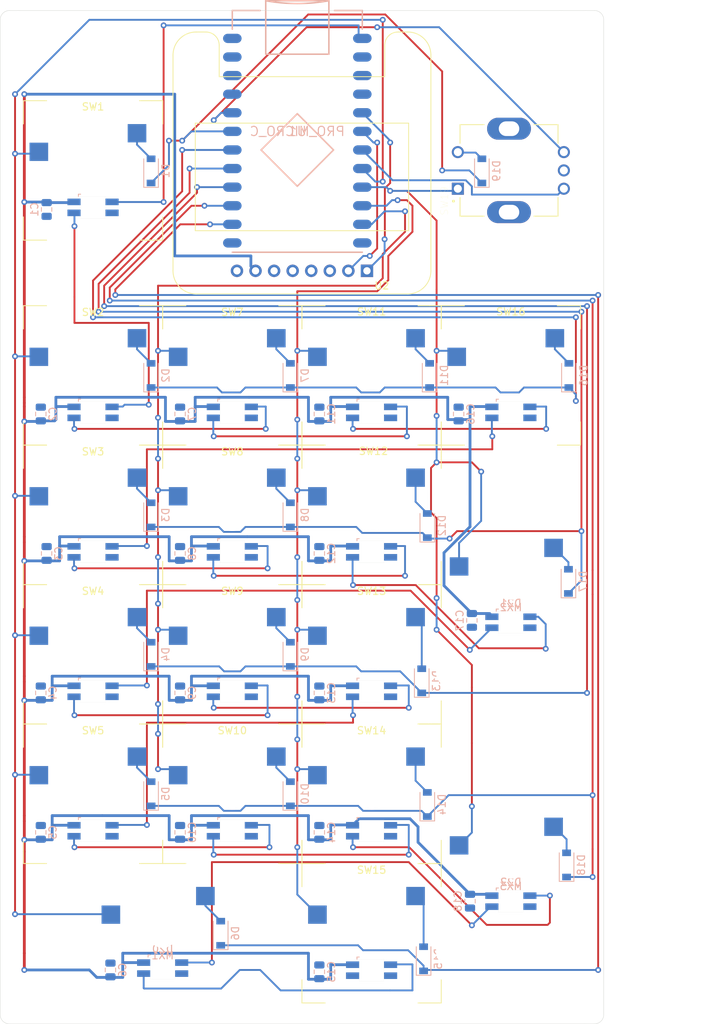
<source format=kicad_pcb>
(kicad_pcb (version 20171130) (host pcbnew "(5.1.6)-1")
  (layers (0 F.Cu signal) (31 B.Cu signal) (34 B.Paste user) (35 F.Paste user) (36 B.SilkS user) (37 F.SilkS user) (38 B.Mask user) (39 F.Mask user) (44 Edge.Cuts user))
  (net 0 "")
  (net 1 GND)
  (net 2 VCC)
  (net 3 "Net-(D1-Pad2)")
  (net 4 ROW0)
  (net 5 "Net-(D2-Pad2)")
  (net 6 ROW1)
  (net 7 "Net-(D3-Pad2)")
  (net 8 ROW2)
  (net 9 "Net-(D4-Pad2)")
  (net 10 ROW3)
  (net 11 "Net-(D5-Pad2)")
  (net 12 ROW4)
  (net 13 "Net-(D6-Pad2)")
  (net 14 ROW5)
  (net 15 "Net-(D7-Pad2)")
  (net 16 "Net-(D8-Pad2)")
  (net 17 "Net-(D9-Pad2)")
  (net 18 "Net-(D10-Pad2)")
  (net 19 "Net-(D11-Pad2)")
  (net 20 "Net-(D12-Pad2)")
  (net 21 "Net-(D13-Pad2)")
  (net 22 "Net-(D14-Pad2)")
  (net 23 "Net-(D15-Pad2)")
  (net 24 "Net-(D16-Pad2)")
  (net 25 "Net-(D17-Pad2)")
  (net 26 "Net-(D18-Pad2)")
  (net 27 "Net-(D19-Pad2)")
  (net 28 COL0)
  (net 29 "Net-(SW1-Pad2)")
  (net 30 LED)
  (net 31 "Net-(SW2-Pad2)")
  (net 32 "Net-(SW3-Pad2)")
  (net 33 "Net-(SW16-Pad2)")
  (net 34 "Net-(SW4-Pad2)")
  (net 35 "Net-(SW10-Pad4)")
  (net 36 "Net-(SW13-Pad2)")
  (net 37 COL1)
  (net 38 "Net-(SW11-Pad4)")
  (net 39 "Net-(SW12-Pad4)")
  (net 40 "Net-(SW13-Pad4)")
  (net 41 "Net-(SW10-Pad2)")
  (net 42 COL2)
  (net 43 "Net-(SW11-Pad2)")
  (net 44 "Net-(SW15-Pad2)")
  (net 45 COL3)
  (net 46 ROTB)
  (net 47 ROTA)
  (net 48 "Net-(U1-Pad2)")
  (net 49 SDA)
  (net 50 SCL)
  (net 51 "Net-(U1-Pad12)")
  (net 52 "Net-(U1-Pad13)")
  (net 53 "Net-(U1-Pad24)")
  (net 54 "Net-(U1-Pad22)")
  (net 55 "Net-(U2-Pad6)")
  (net 56 "Net-(U2-Pad5)")
  (net 57 "Net-(U2-Pad4)")
  (net 58 "Net-(U2-Pad3)")
  (net 59 "Net-(D20-Pad2)")
  (net 60 "Net-(D20-Pad4)")
  (net 61 "Net-(D21-Pad2)")
  (net 62 "Net-(D21-Pad4)")
  (net 63 "Net-(D22-Pad4)")
  (module MX_Only:MXOnly-2U-Hotswap (layer F.Cu) (at 120.65 112.776 270)
    (fp_text reference MX2)
    (fp_text value MX-NoLED)
    (fp_text user %R (at 3.048 0 180) (layer B.SilkS) (effects (justify mirror)))
    (pad "" np_thru_hole circle (at -11.938 8.255 270) (size 3.9878 3.9878) (drill 3.9878) (layers *.Cu *.Mask))
    (pad "" np_thru_hole circle (at 11.938 8.255 270) (size 3.9878 3.9878) (drill 3.9878) (layers *.Cu *.Mask))
    (pad "" np_thru_hole circle (at -11.938 -6.985 270) (size 3.048 3.048) (drill 3.048) (layers *.Cu *.Mask))
    (pad "" np_thru_hole circle (at 11.938 -6.985 270) (size 3.048 3.048) (drill 3.048) (layers *.Cu *.Mask))
    (pad 2 smd rect (at -5.08 -5.842) (size 2.55 2.5) (layers B.Cu B.Paste B.Mask) (net 25 "Net-(D17-Pad2)"))
    (pad 1 smd rect (at -2.54 7.085) (size 2.55 2.5) (layers B.Cu B.Paste B.Mask) (net 45 COL3))
    (pad "" np_thru_hole circle (at 0 -5.08 48.0996) (size 1.75 1.75) (drill 1.75) (layers *.Cu *.Mask))
    (pad "" np_thru_hole circle (at 0 5.08 48.0996) (size 1.75 1.75) (drill 1.75) (layers *.Cu *.Mask))
    (pad "" np_thru_hole circle (at -2.54 3.81) (size 3 3) (drill 3) (layers *.Cu *.Mask))
    (pad "" np_thru_hole circle (at 0 0) (size 3.9878 3.9878) (drill 3.9878) (layers *.Cu *.Mask))
    (pad "" np_thru_hole circle (at -5.08 -2.54) (size 3 3) (drill 3) (layers *.Cu *.Mask))
  )
  (module MX_Only:MXOnly-2U-Hotswap (layer F.Cu) (at 120.65 150.876 270)
    (fp_text reference MX3)
    (fp_text value MX-NoLED)
    (fp_text user %R (at 3.048 0 180) (layer B.SilkS) (effects (justify mirror)))
    (pad "" np_thru_hole circle (at -11.938 8.255 270) (size 3.9878 3.9878) (drill 3.9878) (layers *.Cu *.Mask))
    (pad "" np_thru_hole circle (at 11.938 8.255 270) (size 3.9878 3.9878) (drill 3.9878) (layers *.Cu *.Mask))
    (pad "" np_thru_hole circle (at -11.938 -6.985 270) (size 3.048 3.048) (drill 3.048) (layers *.Cu *.Mask))
    (pad "" np_thru_hole circle (at 11.938 -6.985 270) (size 3.048 3.048) (drill 3.048) (layers *.Cu *.Mask))
    (pad 2 smd rect (at -5.08 -5.842) (size 2.55 2.5) (layers B.Cu B.Paste B.Mask) (net 26 "Net-(D18-Pad2)"))
    (pad 1 smd rect (at -2.54 7.085) (size 2.55 2.5) (layers B.Cu B.Paste B.Mask) (net 45 COL3))
    (pad "" np_thru_hole circle (at 0 -5.08 48.0996) (size 1.75 1.75) (drill 1.75) (layers *.Cu *.Mask))
    (pad "" np_thru_hole circle (at 0 5.08 48.0996) (size 1.75 1.75) (drill 1.75) (layers *.Cu *.Mask))
    (pad "" np_thru_hole circle (at -2.54 3.81) (size 3 3) (drill 3) (layers *.Cu *.Mask))
    (pad "" np_thru_hole circle (at 0 0) (size 3.9878 3.9878) (drill 3.9878) (layers *.Cu *.Mask))
    (pad "" np_thru_hole circle (at -5.08 -2.54) (size 3 3) (drill 3) (layers *.Cu *.Mask))
  )
  (module Custom-parts:Cherry-MX_PCB-Mounted_SK6812-MINI-E_Kailh_Socket (layer F.Cu) (at 120.65 84.1375)
    (fp_text reference SW16 (at 0 -8.6995) (layer F.SilkS))
    (fp_text value Cherry_MX_RGB_WS2812)
    (fp_poly (pts (xy 1.7 6.55) (xy -1.7 6.55) (xy -1.7 3.55) (xy 1.7 3.55)) (layer Edge.Cuts) (width 0.01))
    (pad "" np_thru_hole circle (at 5.08 0) (size 1.7 1.7) (drill 1.7) (layers *.Cu *.Mask))
    (pad "" np_thru_hole circle (at -5.08 0) (size 1.7 1.7) (drill 1.7) (layers *.Cu *.Mask))
    (pad 4 smd rect (at 2.6 4.3) (size 1.8 0.9) (layers B.Cu B.Paste B.Mask) (net 43 "Net-(SW11-Pad2)"))
    (pad 3 smd rect (at 2.6 5.8) (size 1.8 0.9) (layers B.Cu B.Paste B.Mask) (net 1 GND))
    (pad 2 smd rect (at -2.6 5.8) (size 1.8 0.9) (layers B.Cu B.Paste B.Mask) (net 33 "Net-(SW16-Pad2)"))
    (pad 1 smd rect (at -2.6 4.3) (size 1.8 0.9) (layers B.Cu B.Paste B.Mask) (net 2 VCC))
    (pad 6 smd rect (at 6.015 -5.08) (size 2.55 2.5) (layers B.Cu B.Paste B.Mask) (net 24 "Net-(D16-Pad2)"))
    (pad 5 smd rect (at -7.41 -2.54) (size 2.55 2.5) (layers B.Cu B.Paste B.Mask) (net 45 COL3))
    (pad "" np_thru_hole circle (at 2.54 -5.08) (size 3 3) (drill 3) (layers *.Cu *.Mask))
    (pad "" np_thru_hole circle (at -3.81 -2.54) (size 3 3) (drill 3) (layers *.Cu *.Mask))
    (pad "" np_thru_hole circle (at 0 0) (size 4 4) (drill 4) (layers *.Cu *.Mask))
  )
  (module Custom-parts:Cherry-MX_PCB-Mounted_SK6812-MINI-E_Kailh_Socket (layer F.Cu) (at 63.5 84.1375)
    (fp_text reference SW2 (at 0 -8.636) (layer F.SilkS))
    (fp_text value Cherry_MX_RGB_WS2812)
    (fp_poly (pts (xy 1.7 6.55) (xy -1.7 6.55) (xy -1.7 3.55) (xy 1.7 3.55)) (layer Edge.Cuts) (width 0.01))
    (pad "" np_thru_hole circle (at 5.08 0) (size 1.7 1.7) (drill 1.7) (layers *.Cu *.Mask))
    (pad "" np_thru_hole circle (at -5.08 0) (size 1.7 1.7) (drill 1.7) (layers *.Cu *.Mask))
    (pad 4 smd rect (at 2.6 4.3) (size 1.8 0.9) (layers B.Cu B.Paste B.Mask) (net 29 "Net-(SW1-Pad2)"))
    (pad 3 smd rect (at 2.6 5.8) (size 1.8 0.9) (layers B.Cu B.Paste B.Mask) (net 1 GND))
    (pad 2 smd rect (at -2.6 5.8) (size 1.8 0.9) (layers B.Cu B.Paste B.Mask) (net 31 "Net-(SW2-Pad2)"))
    (pad 1 smd rect (at -2.6 4.3) (size 1.8 0.9) (layers B.Cu B.Paste B.Mask) (net 2 VCC))
    (pad 6 smd rect (at 6.015 -5.08) (size 2.55 2.5) (layers B.Cu B.Paste B.Mask) (net 5 "Net-(D2-Pad2)"))
    (pad 5 smd rect (at -7.41 -2.54) (size 2.55 2.5) (layers B.Cu B.Paste B.Mask) (net 28 COL0))
    (pad "" np_thru_hole circle (at 2.54 -5.08) (size 3 3) (drill 3) (layers *.Cu *.Mask))
    (pad "" np_thru_hole circle (at -3.81 -2.54) (size 3 3) (drill 3) (layers *.Cu *.Mask))
    (pad "" np_thru_hole circle (at 0 0) (size 4 4) (drill 4) (layers *.Cu *.Mask))
  )
  (module Custom-parts:Cherry-MX_PCB-Mounted_SK6812-MINI-E_Kailh_Socket (layer F.Cu) (at 63.5 56.134)
    (fp_text reference SW1 (at 0 -8.6995) (layer F.SilkS))
    (fp_text value Cherry_MX_RGB_WS2812)
    (fp_poly (pts (xy 1.7 6.55) (xy -1.7 6.55) (xy -1.7 3.55) (xy 1.7 3.55)) (layer Edge.Cuts) (width 0.01))
    (pad "" np_thru_hole circle (at 5.08 0) (size 1.7 1.7) (drill 1.7) (layers *.Cu *.Mask))
    (pad "" np_thru_hole circle (at -5.08 0) (size 1.7 1.7) (drill 1.7) (layers *.Cu *.Mask))
    (pad 4 smd rect (at 2.6 4.3) (size 1.8 0.9) (layers B.Cu B.Paste B.Mask) (net 30 LED))
    (pad 3 smd rect (at 2.6 5.8) (size 1.8 0.9) (layers B.Cu B.Paste B.Mask) (net 1 GND))
    (pad 2 smd rect (at -2.6 5.8) (size 1.8 0.9) (layers B.Cu B.Paste B.Mask) (net 29 "Net-(SW1-Pad2)"))
    (pad 1 smd rect (at -2.6 4.3) (size 1.8 0.9) (layers B.Cu B.Paste B.Mask) (net 2 VCC))
    (pad 6 smd rect (at 6.015 -5.08) (size 2.55 2.5) (layers B.Cu B.Paste B.Mask) (net 3 "Net-(D1-Pad2)"))
    (pad 5 smd rect (at -7.41 -2.54) (size 2.55 2.5) (layers B.Cu B.Paste B.Mask) (net 28 COL0))
    (pad "" np_thru_hole circle (at 2.54 -5.08) (size 3 3) (drill 3) (layers *.Cu *.Mask))
    (pad "" np_thru_hole circle (at -3.81 -2.54) (size 3 3) (drill 3) (layers *.Cu *.Mask))
    (pad "" np_thru_hole circle (at 0 0) (size 4 4) (drill 4) (layers *.Cu *.Mask))
  )
  (module Custom-parts:Cherry-MX_PCB-Mounted_SK6812-MINI-E_Kailh_Socket (layer F.Cu) (at 101.6 103.1875)
    (fp_text reference SW12 (at 0.254 -8.6995) (layer F.SilkS))
    (fp_text value Cherry_MX_RGB_WS2812)
    (fp_poly (pts (xy 1.7 6.55) (xy -1.7 6.55) (xy -1.7 3.55) (xy 1.7 3.55)) (layer Edge.Cuts) (width 0.01))
    (pad "" np_thru_hole circle (at 5.08 0) (size 1.7 1.7) (drill 1.7) (layers *.Cu *.Mask))
    (pad "" np_thru_hole circle (at -5.08 0) (size 1.7 1.7) (drill 1.7) (layers *.Cu *.Mask))
    (pad 4 smd rect (at 2.6 4.3) (size 1.8 0.9) (layers B.Cu B.Paste B.Mask) (net 39 "Net-(SW12-Pad4)"))
    (pad 3 smd rect (at 2.6 5.8) (size 1.8 0.9) (layers B.Cu B.Paste B.Mask) (net 1 GND))
    (pad 2 smd rect (at -2.6 5.8) (size 1.8 0.9) (layers B.Cu B.Paste B.Mask) (net 62 "Net-(D21-Pad4)"))
    (pad 1 smd rect (at -2.6 4.3) (size 1.8 0.9) (layers B.Cu B.Paste B.Mask) (net 2 VCC))
    (pad 6 smd rect (at 6.015 -5.08) (size 2.55 2.5) (layers B.Cu B.Paste B.Mask) (net 20 "Net-(D12-Pad2)"))
    (pad 5 smd rect (at -7.41 -2.54) (size 2.55 2.5) (layers B.Cu B.Paste B.Mask) (net 42 COL2))
    (pad "" np_thru_hole circle (at 2.54 -5.08) (size 3 3) (drill 3) (layers *.Cu *.Mask))
    (pad "" np_thru_hole circle (at -3.81 -2.54) (size 3 3) (drill 3) (layers *.Cu *.Mask))
    (pad "" np_thru_hole circle (at 0 0) (size 4 4) (drill 4) (layers *.Cu *.Mask))
  )
  (module Custom-parts:XDCR_PEC11R-4215F-S0024 (layer F.Cu) (at 120.396 56.134 90)
    (fp_text reference SW19 (at -4.175 -8.835 90) (layer F.SilkS) (effects (font (thickness 0.015))))
    (fp_text value Rotary_Encoder_Switch)
    (pad 2 thru_hole oval (at 5.7 0 90) (size 3 6) (drill oval 2 2.8) (layers *.Cu *.Mask))
    (pad 1 thru_hole oval (at -5.7 0 90) (size 3 6) (drill oval 2 2.8) (layers *.Cu *.Mask))
    (pad B thru_hole circle (at 2.5 7.5 90) (size 1.65 1.65) (drill 1.1) (layers *.Cu *.Mask) (net 46 ROTB))
    (pad C thru_hole circle (at 0 7.5 90) (size 1.65 1.65) (drill 1.1) (layers *.Cu *.Mask) (net 1 GND))
    (pad A thru_hole circle (at -2.5 7.5 90) (size 1.65 1.65) (drill 1.1) (layers *.Cu *.Mask) (net 47 ROTA))
    (pad S2 thru_hole circle (at 2.5 -7 90) (size 1.65 1.65) (drill 1.1) (layers *.Cu *.Mask) (net 27 "Net-(D19-Pad2)"))
    (pad S1 thru_hole rect (at -2.5 -7 90) (size 1.65 1.65) (drill 1.1) (layers *.Cu *.Mask) (net 45 COL3))
  )
  (module MX_Only:MXOnly-2U-Hotswap (layer F.Cu) (at 73.025 160.3375)
    (fp_text reference MX1)
    (fp_text value MX-NoLED)
    (fp_text user %R (at 0 3.048) (layer B.SilkS) (effects (justify mirror)))
    (pad "" np_thru_hole circle (at -11.938 8.255) (size 3.9878 3.9878) (drill 3.9878) (layers *.Cu *.Mask))
    (pad "" np_thru_hole circle (at 11.938 8.255) (size 3.9878 3.9878) (drill 3.9878) (layers *.Cu *.Mask))
    (pad "" np_thru_hole circle (at -11.938 -6.985) (size 3.048 3.048) (drill 3.048) (layers *.Cu *.Mask))
    (pad "" np_thru_hole circle (at 11.938 -6.985) (size 3.048 3.048) (drill 3.048) (layers *.Cu *.Mask))
    (pad 2 smd rect (at 5.842 -5.08) (size 2.55 2.5) (layers B.Cu B.Paste B.Mask) (net 13 "Net-(D6-Pad2)"))
    (pad 1 smd rect (at -7.085 -2.54) (size 2.55 2.5) (layers B.Cu B.Paste B.Mask) (net 28 COL0))
    (pad "" np_thru_hole circle (at 5.08 0 48.0996) (size 1.75 1.75) (drill 1.75) (layers *.Cu *.Mask))
    (pad "" np_thru_hole circle (at -5.08 0 48.0996) (size 1.75 1.75) (drill 1.75) (layers *.Cu *.Mask))
    (pad "" np_thru_hole circle (at -3.81 -2.54) (size 3 3) (drill 3) (layers *.Cu *.Mask))
    (pad "" np_thru_hole circle (at 0 0) (size 3.9878 3.9878) (drill 3.9878) (layers *.Cu *.Mask))
    (pad "" np_thru_hole circle (at 2.54 -5.08) (size 3 3) (drill 3) (layers *.Cu *.Mask))
  )
  (module Custom-parts:Cherry-MX_PCB-Mounted_SK6812-MINI-E_Kailh_Socket (layer F.Cu) (at 101.6 160.3375)
    (fp_text reference SW15 (at 0 -8.636) (layer F.SilkS))
    (fp_text value Cherry_MX_RGB_WS2812)
    (fp_poly (pts (xy 1.7 6.55) (xy -1.7 6.55) (xy -1.7 3.55) (xy 1.7 3.55)) (layer Edge.Cuts) (width 0.01))
    (pad "" np_thru_hole circle (at 5.08 0) (size 1.7 1.7) (drill 1.7) (layers *.Cu *.Mask))
    (pad "" np_thru_hole circle (at -5.08 0) (size 1.7 1.7) (drill 1.7) (layers *.Cu *.Mask))
    (pad 4 smd rect (at 2.6 4.3) (size 1.8 0.9) (layers B.Cu B.Paste B.Mask) (net 59 "Net-(D20-Pad2)"))
    (pad 3 smd rect (at 2.6 5.8) (size 1.8 0.9) (layers B.Cu B.Paste B.Mask) (net 1 GND))
    (pad 2 smd rect (at -2.6 5.8) (size 1.8 0.9) (layers B.Cu B.Paste B.Mask) (net 44 "Net-(SW15-Pad2)"))
    (pad 1 smd rect (at -2.6 4.3) (size 1.8 0.9) (layers B.Cu B.Paste B.Mask) (net 2 VCC))
    (pad 6 smd rect (at 6.015 -5.08) (size 2.55 2.5) (layers B.Cu B.Paste B.Mask) (net 23 "Net-(D15-Pad2)"))
    (pad 5 smd rect (at -7.41 -2.54) (size 2.55 2.5) (layers B.Cu B.Paste B.Mask) (net 42 COL2))
    (pad "" np_thru_hole circle (at 2.54 -5.08) (size 3 3) (drill 3) (layers *.Cu *.Mask))
    (pad "" np_thru_hole circle (at -3.81 -2.54) (size 3 3) (drill 3) (layers *.Cu *.Mask))
    (pad "" np_thru_hole circle (at 0 0) (size 4 4) (drill 4) (layers *.Cu *.Mask))
  )
  (module Custom-parts:Cherry-MX_PCB-Mounted_SK6812-MINI-E_Kailh_Socket (layer F.Cu) (at 101.6 141.2875)
    (fp_text reference SW14 (at 0 -8.636) (layer F.SilkS))
    (fp_text value Cherry_MX_RGB_WS2812)
    (fp_poly (pts (xy 1.7 6.55) (xy -1.7 6.55) (xy -1.7 3.55) (xy 1.7 3.55)) (layer Edge.Cuts) (width 0.01))
    (pad "" np_thru_hole circle (at 5.08 0) (size 1.7 1.7) (drill 1.7) (layers *.Cu *.Mask))
    (pad "" np_thru_hole circle (at -5.08 0) (size 1.7 1.7) (drill 1.7) (layers *.Cu *.Mask))
    (pad 4 smd rect (at 2.6 4.3) (size 1.8 0.9) (layers B.Cu B.Paste B.Mask) (net 41 "Net-(SW10-Pad2)"))
    (pad 3 smd rect (at 2.6 5.8) (size 1.8 0.9) (layers B.Cu B.Paste B.Mask) (net 1 GND))
    (pad 2 smd rect (at -2.6 5.8) (size 1.8 0.9) (layers B.Cu B.Paste B.Mask) (net 63 "Net-(D22-Pad4)"))
    (pad 1 smd rect (at -2.6 4.3) (size 1.8 0.9) (layers B.Cu B.Paste B.Mask) (net 2 VCC))
    (pad 6 smd rect (at 6.015 -5.08) (size 2.55 2.5) (layers B.Cu B.Paste B.Mask) (net 22 "Net-(D14-Pad2)"))
    (pad 5 smd rect (at -7.41 -2.54) (size 2.55 2.5) (layers B.Cu B.Paste B.Mask) (net 42 COL2))
    (pad "" np_thru_hole circle (at 2.54 -5.08) (size 3 3) (drill 3) (layers *.Cu *.Mask))
    (pad "" np_thru_hole circle (at -3.81 -2.54) (size 3 3) (drill 3) (layers *.Cu *.Mask))
    (pad "" np_thru_hole circle (at 0 0) (size 4 4) (drill 4) (layers *.Cu *.Mask))
  )
  (module Custom-parts:Cherry-MX_PCB-Mounted_SK6812-MINI-E_Kailh_Socket (layer F.Cu) (at 101.6 122.2375)
    (fp_text reference SW13 (at 0 -8.636) (layer F.SilkS))
    (fp_text value Cherry_MX_RGB_WS2812)
    (fp_poly (pts (xy 1.7 6.55) (xy -1.7 6.55) (xy -1.7 3.55) (xy 1.7 3.55)) (layer Edge.Cuts) (width 0.01))
    (pad "" np_thru_hole circle (at 5.08 0) (size 1.7 1.7) (drill 1.7) (layers *.Cu *.Mask))
    (pad "" np_thru_hole circle (at -5.08 0) (size 1.7 1.7) (drill 1.7) (layers *.Cu *.Mask))
    (pad 4 smd rect (at 2.6 4.3) (size 1.8 0.9) (layers B.Cu B.Paste B.Mask) (net 40 "Net-(SW13-Pad4)"))
    (pad 3 smd rect (at 2.6 5.8) (size 1.8 0.9) (layers B.Cu B.Paste B.Mask) (net 1 GND))
    (pad 2 smd rect (at -2.6 5.8) (size 1.8 0.9) (layers B.Cu B.Paste B.Mask) (net 36 "Net-(SW13-Pad2)"))
    (pad 1 smd rect (at -2.6 4.3) (size 1.8 0.9) (layers B.Cu B.Paste B.Mask) (net 2 VCC))
    (pad 6 smd rect (at 6.015 -5.08) (size 2.55 2.5) (layers B.Cu B.Paste B.Mask) (net 21 "Net-(D13-Pad2)"))
    (pad 5 smd rect (at -7.41 -2.54) (size 2.55 2.5) (layers B.Cu B.Paste B.Mask) (net 42 COL2))
    (pad "" np_thru_hole circle (at 2.54 -5.08) (size 3 3) (drill 3) (layers *.Cu *.Mask))
    (pad "" np_thru_hole circle (at -3.81 -2.54) (size 3 3) (drill 3) (layers *.Cu *.Mask))
    (pad "" np_thru_hole circle (at 0 0) (size 4 4) (drill 4) (layers *.Cu *.Mask))
  )
  (module Custom-parts:Cherry-MX_PCB-Mounted_SK6812-MINI-E_Kailh_Socket (layer F.Cu) (at 101.6 84.1375)
    (fp_text reference SW11 (at 0 -8.6995) (layer F.SilkS))
    (fp_text value Cherry_MX_RGB_WS2812)
    (fp_poly (pts (xy 1.7 6.55) (xy -1.7 6.55) (xy -1.7 3.55) (xy 1.7 3.55)) (layer Edge.Cuts) (width 0.01))
    (pad "" np_thru_hole circle (at 5.08 0) (size 1.7 1.7) (drill 1.7) (layers *.Cu *.Mask))
    (pad "" np_thru_hole circle (at -5.08 0) (size 1.7 1.7) (drill 1.7) (layers *.Cu *.Mask))
    (pad 4 smd rect (at 2.6 4.3) (size 1.8 0.9) (layers B.Cu B.Paste B.Mask) (net 38 "Net-(SW11-Pad4)"))
    (pad 3 smd rect (at 2.6 5.8) (size 1.8 0.9) (layers B.Cu B.Paste B.Mask) (net 1 GND))
    (pad 2 smd rect (at -2.6 5.8) (size 1.8 0.9) (layers B.Cu B.Paste B.Mask) (net 43 "Net-(SW11-Pad2)"))
    (pad 1 smd rect (at -2.6 4.3) (size 1.8 0.9) (layers B.Cu B.Paste B.Mask) (net 2 VCC))
    (pad 6 smd rect (at 6.015 -5.08) (size 2.55 2.5) (layers B.Cu B.Paste B.Mask) (net 19 "Net-(D11-Pad2)"))
    (pad 5 smd rect (at -7.41 -2.54) (size 2.55 2.5) (layers B.Cu B.Paste B.Mask) (net 42 COL2))
    (pad "" np_thru_hole circle (at 2.54 -5.08) (size 3 3) (drill 3) (layers *.Cu *.Mask))
    (pad "" np_thru_hole circle (at -3.81 -2.54) (size 3 3) (drill 3) (layers *.Cu *.Mask))
    (pad "" np_thru_hole circle (at 0 0) (size 4 4) (drill 4) (layers *.Cu *.Mask))
  )
  (module Custom-parts:Cherry-MX_PCB-Mounted_SK6812-MINI-E_Kailh_Socket (layer F.Cu) (at 82.55 141.2875)
    (fp_text reference SW10 (at 0 -8.636) (layer F.SilkS))
    (fp_text value Cherry_MX_RGB_WS2812)
    (fp_poly (pts (xy 1.7 6.55) (xy -1.7 6.55) (xy -1.7 3.55) (xy 1.7 3.55)) (layer Edge.Cuts) (width 0.01))
    (pad "" np_thru_hole circle (at 5.08 0) (size 1.7 1.7) (drill 1.7) (layers *.Cu *.Mask))
    (pad "" np_thru_hole circle (at -5.08 0) (size 1.7 1.7) (drill 1.7) (layers *.Cu *.Mask))
    (pad 4 smd rect (at 2.6 4.3) (size 1.8 0.9) (layers B.Cu B.Paste B.Mask) (net 35 "Net-(SW10-Pad4)"))
    (pad 3 smd rect (at 2.6 5.8) (size 1.8 0.9) (layers B.Cu B.Paste B.Mask) (net 1 GND))
    (pad 2 smd rect (at -2.6 5.8) (size 1.8 0.9) (layers B.Cu B.Paste B.Mask) (net 41 "Net-(SW10-Pad2)"))
    (pad 1 smd rect (at -2.6 4.3) (size 1.8 0.9) (layers B.Cu B.Paste B.Mask) (net 2 VCC))
    (pad 6 smd rect (at 6.015 -5.08) (size 2.55 2.5) (layers B.Cu B.Paste B.Mask) (net 18 "Net-(D10-Pad2)"))
    (pad 5 smd rect (at -7.41 -2.54) (size 2.55 2.5) (layers B.Cu B.Paste B.Mask) (net 37 COL1))
    (pad "" np_thru_hole circle (at 2.54 -5.08) (size 3 3) (drill 3) (layers *.Cu *.Mask))
    (pad "" np_thru_hole circle (at -3.81 -2.54) (size 3 3) (drill 3) (layers *.Cu *.Mask))
    (pad "" np_thru_hole circle (at 0 0) (size 4 4) (drill 4) (layers *.Cu *.Mask))
  )
  (module Custom-parts:Cherry-MX_PCB-Mounted_SK6812-MINI-E_Kailh_Socket (layer F.Cu) (at 82.55 122.2375)
    (fp_text reference SW9 (at 0 -8.636) (layer F.SilkS))
    (fp_text value Cherry_MX_RGB_WS2812)
    (fp_poly (pts (xy 1.7 6.55) (xy -1.7 6.55) (xy -1.7 3.55) (xy 1.7 3.55)) (layer Edge.Cuts) (width 0.01))
    (pad "" np_thru_hole circle (at 5.08 0) (size 1.7 1.7) (drill 1.7) (layers *.Cu *.Mask))
    (pad "" np_thru_hole circle (at -5.08 0) (size 1.7 1.7) (drill 1.7) (layers *.Cu *.Mask))
    (pad 4 smd rect (at 2.6 4.3) (size 1.8 0.9) (layers B.Cu B.Paste B.Mask) (net 34 "Net-(SW4-Pad2)"))
    (pad 3 smd rect (at 2.6 5.8) (size 1.8 0.9) (layers B.Cu B.Paste B.Mask) (net 1 GND))
    (pad 2 smd rect (at -2.6 5.8) (size 1.8 0.9) (layers B.Cu B.Paste B.Mask) (net 40 "Net-(SW13-Pad4)"))
    (pad 1 smd rect (at -2.6 4.3) (size 1.8 0.9) (layers B.Cu B.Paste B.Mask) (net 2 VCC))
    (pad 6 smd rect (at 6.015 -5.08) (size 2.55 2.5) (layers B.Cu B.Paste B.Mask) (net 17 "Net-(D9-Pad2)"))
    (pad 5 smd rect (at -7.41 -2.54) (size 2.55 2.5) (layers B.Cu B.Paste B.Mask) (net 37 COL1))
    (pad "" np_thru_hole circle (at 2.54 -5.08) (size 3 3) (drill 3) (layers *.Cu *.Mask))
    (pad "" np_thru_hole circle (at -3.81 -2.54) (size 3 3) (drill 3) (layers *.Cu *.Mask))
    (pad "" np_thru_hole circle (at 0 0) (size 4 4) (drill 4) (layers *.Cu *.Mask))
  )
  (module Custom-parts:Cherry-MX_PCB-Mounted_SK6812-MINI-E_Kailh_Socket (layer F.Cu) (at 82.55 103.1875)
    (fp_text reference SW8 (at 0 -8.636) (layer F.SilkS))
    (fp_text value Cherry_MX_RGB_WS2812)
    (fp_poly (pts (xy 1.7 6.55) (xy -1.7 6.55) (xy -1.7 3.55) (xy 1.7 3.55)) (layer Edge.Cuts) (width 0.01))
    (pad "" np_thru_hole circle (at 5.08 0) (size 1.7 1.7) (drill 1.7) (layers *.Cu *.Mask))
    (pad "" np_thru_hole circle (at -5.08 0) (size 1.7 1.7) (drill 1.7) (layers *.Cu *.Mask))
    (pad 4 smd rect (at 2.6 4.3) (size 1.8 0.9) (layers B.Cu B.Paste B.Mask) (net 32 "Net-(SW3-Pad2)"))
    (pad 3 smd rect (at 2.6 5.8) (size 1.8 0.9) (layers B.Cu B.Paste B.Mask) (net 1 GND))
    (pad 2 smd rect (at -2.6 5.8) (size 1.8 0.9) (layers B.Cu B.Paste B.Mask) (net 39 "Net-(SW12-Pad4)"))
    (pad 1 smd rect (at -2.6 4.3) (size 1.8 0.9) (layers B.Cu B.Paste B.Mask) (net 2 VCC))
    (pad 6 smd rect (at 6.015 -5.08) (size 2.55 2.5) (layers B.Cu B.Paste B.Mask) (net 16 "Net-(D8-Pad2)"))
    (pad 5 smd rect (at -7.41 -2.54) (size 2.55 2.5) (layers B.Cu B.Paste B.Mask) (net 37 COL1))
    (pad "" np_thru_hole circle (at 2.54 -5.08) (size 3 3) (drill 3) (layers *.Cu *.Mask))
    (pad "" np_thru_hole circle (at -3.81 -2.54) (size 3 3) (drill 3) (layers *.Cu *.Mask))
    (pad "" np_thru_hole circle (at 0 0) (size 4 4) (drill 4) (layers *.Cu *.Mask))
  )
  (module Custom-parts:Cherry-MX_PCB-Mounted_SK6812-MINI-E_Kailh_Socket (layer F.Cu) (at 82.55 84.1375)
    (fp_text reference SW7 (at 0 -8.636) (layer F.SilkS))
    (fp_text value Cherry_MX_RGB_WS2812)
    (fp_poly (pts (xy 1.7 6.55) (xy -1.7 6.55) (xy -1.7 3.55) (xy 1.7 3.55)) (layer Edge.Cuts) (width 0.01))
    (pad "" np_thru_hole circle (at 5.08 0) (size 1.7 1.7) (drill 1.7) (layers *.Cu *.Mask))
    (pad "" np_thru_hole circle (at -5.08 0) (size 1.7 1.7) (drill 1.7) (layers *.Cu *.Mask))
    (pad 4 smd rect (at 2.6 4.3) (size 1.8 0.9) (layers B.Cu B.Paste B.Mask) (net 31 "Net-(SW2-Pad2)"))
    (pad 3 smd rect (at 2.6 5.8) (size 1.8 0.9) (layers B.Cu B.Paste B.Mask) (net 1 GND))
    (pad 2 smd rect (at -2.6 5.8) (size 1.8 0.9) (layers B.Cu B.Paste B.Mask) (net 38 "Net-(SW11-Pad4)"))
    (pad 1 smd rect (at -2.6 4.3) (size 1.8 0.9) (layers B.Cu B.Paste B.Mask) (net 2 VCC))
    (pad 6 smd rect (at 6.015 -5.08) (size 2.55 2.5) (layers B.Cu B.Paste B.Mask) (net 15 "Net-(D7-Pad2)"))
    (pad 5 smd rect (at -7.41 -2.54) (size 2.55 2.5) (layers B.Cu B.Paste B.Mask) (net 37 COL1))
    (pad "" np_thru_hole circle (at 2.54 -5.08) (size 3 3) (drill 3) (layers *.Cu *.Mask))
    (pad "" np_thru_hole circle (at -3.81 -2.54) (size 3 3) (drill 3) (layers *.Cu *.Mask))
    (pad "" np_thru_hole circle (at 0 0) (size 4 4) (drill 4) (layers *.Cu *.Mask))
  )
  (module Custom-parts:Cherry-MX_PCB-Mounted_SK6812-MINI-E_Kailh_Socket (layer F.Cu) (at 63.5 141.2875)
    (fp_text reference SW5 (at 0 -8.636) (layer F.SilkS))
    (fp_text value Cherry_MX_RGB_WS2812)
    (fp_poly (pts (xy 1.7 6.55) (xy -1.7 6.55) (xy -1.7 3.55) (xy 1.7 3.55)) (layer Edge.Cuts) (width 0.01))
    (pad "" np_thru_hole circle (at 5.08 0) (size 1.7 1.7) (drill 1.7) (layers *.Cu *.Mask))
    (pad "" np_thru_hole circle (at -5.08 0) (size 1.7 1.7) (drill 1.7) (layers *.Cu *.Mask))
    (pad 4 smd rect (at 2.6 4.3) (size 1.8 0.9) (layers B.Cu B.Paste B.Mask) (net 36 "Net-(SW13-Pad2)"))
    (pad 3 smd rect (at 2.6 5.8) (size 1.8 0.9) (layers B.Cu B.Paste B.Mask) (net 1 GND))
    (pad 2 smd rect (at -2.6 5.8) (size 1.8 0.9) (layers B.Cu B.Paste B.Mask) (net 35 "Net-(SW10-Pad4)"))
    (pad 1 smd rect (at -2.6 4.3) (size 1.8 0.9) (layers B.Cu B.Paste B.Mask) (net 2 VCC))
    (pad 6 smd rect (at 6.015 -5.08) (size 2.55 2.5) (layers B.Cu B.Paste B.Mask) (net 11 "Net-(D5-Pad2)"))
    (pad 5 smd rect (at -7.41 -2.54) (size 2.55 2.5) (layers B.Cu B.Paste B.Mask) (net 28 COL0))
    (pad "" np_thru_hole circle (at 2.54 -5.08) (size 3 3) (drill 3) (layers *.Cu *.Mask))
    (pad "" np_thru_hole circle (at -3.81 -2.54) (size 3 3) (drill 3) (layers *.Cu *.Mask))
    (pad "" np_thru_hole circle (at 0 0) (size 4 4) (drill 4) (layers *.Cu *.Mask))
  )
  (module Custom-parts:Cherry-MX_PCB-Mounted_SK6812-MINI-E_Kailh_Socket (layer F.Cu) (at 63.5 122.2375)
    (fp_text reference SW4 (at 0 -8.636) (layer F.SilkS))
    (fp_text value Cherry_MX_RGB_WS2812)
    (fp_poly (pts (xy 1.7 6.55) (xy -1.7 6.55) (xy -1.7 3.55) (xy 1.7 3.55)) (layer Edge.Cuts) (width 0.01))
    (pad "" np_thru_hole circle (at 5.08 0) (size 1.7 1.7) (drill 1.7) (layers *.Cu *.Mask))
    (pad "" np_thru_hole circle (at -5.08 0) (size 1.7 1.7) (drill 1.7) (layers *.Cu *.Mask))
    (pad 4 smd rect (at 2.6 4.3) (size 1.8 0.9) (layers B.Cu B.Paste B.Mask) (net 61 "Net-(D21-Pad2)"))
    (pad 3 smd rect (at 2.6 5.8) (size 1.8 0.9) (layers B.Cu B.Paste B.Mask) (net 1 GND))
    (pad 2 smd rect (at -2.6 5.8) (size 1.8 0.9) (layers B.Cu B.Paste B.Mask) (net 34 "Net-(SW4-Pad2)"))
    (pad 1 smd rect (at -2.6 4.3) (size 1.8 0.9) (layers B.Cu B.Paste B.Mask) (net 2 VCC))
    (pad 6 smd rect (at 6.015 -5.08) (size 2.55 2.5) (layers B.Cu B.Paste B.Mask) (net 9 "Net-(D4-Pad2)"))
    (pad 5 smd rect (at -7.41 -2.54) (size 2.55 2.5) (layers B.Cu B.Paste B.Mask) (net 28 COL0))
    (pad "" np_thru_hole circle (at 2.54 -5.08) (size 3 3) (drill 3) (layers *.Cu *.Mask))
    (pad "" np_thru_hole circle (at -3.81 -2.54) (size 3 3) (drill 3) (layers *.Cu *.Mask))
    (pad "" np_thru_hole circle (at 0 0) (size 4 4) (drill 4) (layers *.Cu *.Mask))
  )
  (module Custom-parts:Cherry-MX_PCB-Mounted_SK6812-MINI-E_Kailh_Socket (layer F.Cu) (at 63.5 103.1875)
    (fp_text reference SW3 (at 0 -8.636) (layer F.SilkS))
    (fp_text value Cherry_MX_RGB_WS2812)
    (fp_poly (pts (xy 1.7 6.55) (xy -1.7 6.55) (xy -1.7 3.55) (xy 1.7 3.55)) (layer Edge.Cuts) (width 0.01))
    (pad "" np_thru_hole circle (at 5.08 0) (size 1.7 1.7) (drill 1.7) (layers *.Cu *.Mask))
    (pad "" np_thru_hole circle (at -5.08 0) (size 1.7 1.7) (drill 1.7) (layers *.Cu *.Mask))
    (pad 4 smd rect (at 2.6 4.3) (size 1.8 0.9) (layers B.Cu B.Paste B.Mask) (net 33 "Net-(SW16-Pad2)"))
    (pad 3 smd rect (at 2.6 5.8) (size 1.8 0.9) (layers B.Cu B.Paste B.Mask) (net 1 GND))
    (pad 2 smd rect (at -2.6 5.8) (size 1.8 0.9) (layers B.Cu B.Paste B.Mask) (net 32 "Net-(SW3-Pad2)"))
    (pad 1 smd rect (at -2.6 4.3) (size 1.8 0.9) (layers B.Cu B.Paste B.Mask) (net 2 VCC))
    (pad 6 smd rect (at 6.015 -5.08) (size 2.55 2.5) (layers B.Cu B.Paste B.Mask) (net 7 "Net-(D3-Pad2)"))
    (pad 5 smd rect (at -7.41 -2.54) (size 2.55 2.5) (layers B.Cu B.Paste B.Mask) (net 28 COL0))
    (pad "" np_thru_hole circle (at 2.54 -5.08) (size 3 3) (drill 3) (layers *.Cu *.Mask))
    (pad "" np_thru_hole circle (at -3.81 -2.54) (size 3 3) (drill 3) (layers *.Cu *.Mask))
    (pad "" np_thru_hole circle (at 0 0) (size 4 4) (drill 4) (layers *.Cu *.Mask))
  )
  (module Custom-parts:SK6812-MINI-E (layer F.Cu) (at 120.65 155.956)
    (fp_text reference D22 (at 0 -2.6) (layer B.SilkS) (effects (justify mirror)))
    (fp_text value WS2816)
    (fp_poly (pts (xy 1.7 1.5) (xy -1.7 1.5) (xy -1.7 -1.5) (xy 1.7 -1.5)) (layer Edge.Cuts) (width 0.01))
    (pad 4 smd rect (at 2.6 -0.75) (size 1.8 0.9) (layers B.Cu B.Paste B.Mask) (net 63 "Net-(D22-Pad4)"))
    (pad 3 smd rect (at 2.6 0.75) (size 1.8 0.9) (layers B.Cu B.Paste B.Mask) (net 1 GND))
    (pad 2 smd rect (at -2.6 0.75) (size 1.8 0.9) (layers B.Cu B.Paste B.Mask) (net 60 "Net-(D20-Pad4)"))
    (pad 1 smd rect (at -2.6 -0.75) (size 1.8 0.9) (layers B.Cu B.Paste B.Mask) (net 2 VCC))
  )
  (module Custom-parts:SK6812-MINI-E (layer F.Cu) (at 120.65 117.856)
    (fp_text reference D21 (at 0 -2.6) (layer B.SilkS) (effects (justify mirror)))
    (fp_text value WS2816)
    (fp_poly (pts (xy 1.7 1.5) (xy -1.7 1.5) (xy -1.7 -1.5) (xy 1.7 -1.5)) (layer Edge.Cuts) (width 0.01))
    (pad 4 smd rect (at 2.6 -0.75) (size 1.8 0.9) (layers B.Cu B.Paste B.Mask) (net 62 "Net-(D21-Pad4)"))
    (pad 3 smd rect (at 2.6 0.75) (size 1.8 0.9) (layers B.Cu B.Paste B.Mask) (net 1 GND))
    (pad 2 smd rect (at -2.6 0.75) (size 1.8 0.9) (layers B.Cu B.Paste B.Mask) (net 61 "Net-(D21-Pad2)"))
    (pad 1 smd rect (at -2.6 -0.75) (size 1.8 0.9) (layers B.Cu B.Paste B.Mask) (net 2 VCC))
  )
  (module Custom-parts:SK6812-MINI-E (layer F.Cu) (at 73.025 165.1)
    (fp_text reference D20 (at 0 -2.6) (layer B.SilkS) (effects (justify mirror)))
    (fp_text value WS2816)
    (fp_poly (pts (xy 1.7 1.5) (xy -1.7 1.5) (xy -1.7 -1.5) (xy 1.7 -1.5)) (layer Edge.Cuts) (width 0.01))
    (pad 1 smd rect (at -2.6 -0.75) (size 1.8 0.9) (layers B.Cu B.Paste B.Mask) (net 2 VCC))
    (pad 2 smd rect (at -2.6 0.75) (size 1.8 0.9) (layers B.Cu B.Paste B.Mask) (net 59 "Net-(D20-Pad2)"))
    (pad 3 smd rect (at 2.6 0.75) (size 1.8 0.9) (layers B.Cu B.Paste B.Mask) (net 1 GND))
    (pad 4 smd rect (at 2.6 -0.75) (size 1.8 0.9) (layers B.Cu B.Paste B.Mask) (net 60 "Net-(D20-Pad4)"))
  )
  (module Display:Adafruit_SSD1306 (layer F.Cu) (at 100.965 69.85 180)
    (fp_text reference U2 (at -2.032 -2.032) (layer F.SilkS))
    (fp_text value OLED_SSD1306)
    (pad 8 thru_hole circle (at 17.78 0 180) (size 1.7 1.7) (drill 1) (layers *.Cu *.Mask) (net 1 GND))
    (pad 7 thru_hole circle (at 15.24 0 180) (size 1.7 1.7) (drill 1) (layers *.Cu *.Mask) (net 2 VCC))
    (pad 6 thru_hole circle (at 12.7 0 180) (size 1.7 1.7) (drill 1) (layers *.Cu *.Mask) (net 55 "Net-(U2-Pad6)"))
    (pad 5 thru_hole circle (at 10.16 0 180) (size 1.7 1.7) (drill 1) (layers *.Cu *.Mask) (net 56 "Net-(U2-Pad5)"))
    (pad 4 thru_hole circle (at 7.62 0 180) (size 1.7 1.7) (drill 1) (layers *.Cu *.Mask) (net 57 "Net-(U2-Pad4)"))
    (pad 3 thru_hole circle (at 5.08 0 180) (size 1.7 1.7) (drill 1) (layers *.Cu *.Mask) (net 58 "Net-(U2-Pad3)"))
    (pad 2 thru_hole circle (at 2.54 0 180) (size 1.7 1.7) (drill 1) (layers *.Cu *.Mask) (net 50 SCL))
    (pad 1 thru_hole rect (at 0 0 180) (size 1.7 1.7) (drill 1) (layers *.Cu *.Mask) (net 49 SDA))
    (pad "" np_thru_hole circle (at 23.368 0 180) (size 2.7 2.7) (drill 2.7) (layers *.Cu *.Mask))
    (pad "" np_thru_hole circle (at -5.588 29.464 180) (size 2.7 2.7) (drill 2.7) (layers *.Cu *.Mask))
    (pad "" np_thru_hole circle (at 23.368 29.464 180) (size 2.7 2.7) (drill 2.7) (layers *.Cu *.Mask))
    (pad "" np_thru_hole circle (at -5.588 0 180) (size 2.7 2.7) (drill 2.7) (layers *.Cu *.Mask))
  )
  (module SparkFun-Boards:PRO_MICRO_C (layer B.Cu) (at 91.44 50.8 180)
    (fp_text reference U1 (at 0 0) (layer B.SilkS) (effects (font (size 1.27 1.27)) (justify mirror)))
    (fp_text value PRO_MICRO_C (at 0 0) (layer B.SilkS) (effects (font (size 1.27 1.27)) (justify mirror)))
    (pad 1 smd roundrect (at -8.89 12.7 180) (size 2.54 1.27) (layers B.Cu B.Paste B.Mask) (roundrect_rratio 0.5) (net 30 LED))
    (pad 2 smd roundrect (at -8.89 10.16 180) (size 2.54 1.27) (layers B.Cu B.Paste B.Mask) (roundrect_rratio 0.5) (net 48 "Net-(U1-Pad2)"))
    (pad 3 smd roundrect (at -8.89 7.62 180) (size 2.54 1.27) (layers B.Cu B.Paste B.Mask) (roundrect_rratio 0.5) (net 1 GND))
    (pad 4 smd roundrect (at -8.89 5.08 180) (size 2.54 1.27) (layers B.Cu B.Paste B.Mask) (roundrect_rratio 0.5) (net 1 GND))
    (pad 5 smd roundrect (at -8.89 2.54 180) (size 2.54 1.27) (layers B.Cu B.Paste B.Mask) (roundrect_rratio 0.5) (net 49 SDA))
    (pad 6 smd roundrect (at -8.89 0 180) (size 2.54 1.27) (layers B.Cu B.Paste B.Mask) (roundrect_rratio 0.5) (net 50 SCL))
    (pad 7 smd roundrect (at -8.89 -2.54 180) (size 2.54 1.27) (layers B.Cu B.Paste B.Mask) (roundrect_rratio 0.5) (net 47 ROTA))
    (pad 8 smd roundrect (at -8.89 -5.08 180) (size 2.54 1.27) (layers B.Cu B.Paste B.Mask) (roundrect_rratio 0.5) (net 28 COL0))
    (pad 9 smd roundrect (at -8.89 -7.62 180) (size 2.54 1.27) (layers B.Cu B.Paste B.Mask) (roundrect_rratio 0.5) (net 45 COL3))
    (pad 10 smd roundrect (at -8.89 -10.16 180) (size 2.54 1.27) (layers B.Cu B.Paste B.Mask) (roundrect_rratio 0.5) (net 42 COL2))
    (pad 11 smd roundrect (at -8.89 -12.7 180) (size 2.54 1.27) (layers B.Cu B.Paste B.Mask) (roundrect_rratio 0.5) (net 37 COL1))
    (pad 12 smd roundrect (at -8.89 -15.24 180) (size 2.54 1.27) (layers B.Cu B.Paste B.Mask) (roundrect_rratio 0.5) (net 51 "Net-(U1-Pad12)"))
    (pad 13 smd roundrect (at 8.89 -15.24 180) (size 2.54 1.27) (layers B.Cu B.Paste B.Mask) (roundrect_rratio 0.5) (net 52 "Net-(U1-Pad13)"))
    (pad 14 smd roundrect (at 8.89 -12.7 180) (size 2.54 1.27) (layers B.Cu B.Paste B.Mask) (roundrect_rratio 0.5) (net 14 ROW5))
    (pad 15 smd roundrect (at 8.89 -10.16 180) (size 2.54 1.27) (layers B.Cu B.Paste B.Mask) (roundrect_rratio 0.5) (net 12 ROW4))
    (pad 16 smd roundrect (at 8.89 -7.62 180) (size 2.54 1.27) (layers B.Cu B.Paste B.Mask) (roundrect_rratio 0.5) (net 10 ROW3))
    (pad 17 smd roundrect (at 8.89 -5.08 180) (size 2.54 1.27) (layers B.Cu B.Paste B.Mask) (roundrect_rratio 0.5) (net 8 ROW2))
    (pad 18 smd roundrect (at 8.89 -2.54 180) (size 2.54 1.27) (layers B.Cu B.Paste B.Mask) (roundrect_rratio 0.5) (net 6 ROW1))
    (pad 19 smd roundrect (at 8.89 0 180) (size 2.54 1.27) (layers B.Cu B.Paste B.Mask) (roundrect_rratio 0.5) (net 4 ROW0))
    (pad 20 smd roundrect (at 8.89 2.54 180) (size 2.54 1.27) (layers B.Cu B.Paste B.Mask) (roundrect_rratio 0.5) (net 46 ROTB))
    (pad 24 smd roundrect (at 8.89 12.7 180) (size 2.54 1.27) (layers B.Cu B.Paste B.Mask) (roundrect_rratio 0.5) (net 53 "Net-(U1-Pad24)"))
    (pad 23 smd roundrect (at 8.89 10.16 180) (size 2.54 1.27) (layers B.Cu B.Paste B.Mask) (roundrect_rratio 0.5) (net 1 GND))
    (pad 22 smd roundrect (at 8.89 7.62 180) (size 2.54 1.27) (layers B.Cu B.Paste B.Mask) (roundrect_rratio 0.5) (net 54 "Net-(U1-Pad22)"))
    (pad 21 smd roundrect (at 8.89 5.08 180) (size 2.54 1.27) (layers B.Cu B.Paste B.Mask) (roundrect_rratio 0.5) (net 2 VCC))
  )
  (module Diode_SMD:D_SOD-123 (layer B.Cu) (at 116.68125 56.1975 90)
    (fp_text reference D19 (at 0 2 90) (layer B.SilkS) (effects (justify mirror)))
    (fp_text value D_Small)
    (pad 2 smd rect (at 1.65 0 90) (size 0.9 1.2) (layers B.Cu B.Paste B.Mask) (net 27 "Net-(D19-Pad2)"))
    (pad 1 smd rect (at -1.65 0 90) (size 0.9 1.2) (layers B.Cu B.Paste B.Mask) (net 4 ROW0))
  )
  (module Diode_SMD:D_SOD-123 (layer B.Cu) (at 128.27 151.004 90)
    (fp_text reference D18 (at 0 2 90) (layer B.SilkS) (effects (justify mirror)))
    (fp_text value D_Small)
    (pad 2 smd rect (at 1.65 0 90) (size 0.9 1.2) (layers B.Cu B.Paste B.Mask) (net 26 "Net-(D18-Pad2)"))
    (pad 1 smd rect (at -1.65 0 90) (size 0.9 1.2) (layers B.Cu B.Paste B.Mask) (net 12 ROW4))
  )
  (module Diode_SMD:D_SOD-123 (layer B.Cu) (at 128.524 112.268 90)
    (fp_text reference D17 (at 0 2 90) (layer B.SilkS) (effects (justify mirror)))
    (fp_text value D_Small)
    (pad 2 smd rect (at 1.65 0 90) (size 0.9 1.2) (layers B.Cu B.Paste B.Mask) (net 25 "Net-(D17-Pad2)"))
    (pad 1 smd rect (at -1.65 0 90) (size 0.9 1.2) (layers B.Cu B.Paste B.Mask) (net 8 ROW2))
  )
  (module Diode_SMD:D_SOD-123 (layer B.Cu) (at 128.5875 84.1375 90)
    (fp_text reference D16 (at 0 2 90) (layer B.SilkS) (effects (justify mirror)))
    (fp_text value D_Small)
    (pad 2 smd rect (at 1.65 0 90) (size 0.9 1.2) (layers B.Cu B.Paste B.Mask) (net 24 "Net-(D16-Pad2)"))
    (pad 1 smd rect (at -1.65 0 90) (size 0.9 1.2) (layers B.Cu B.Paste B.Mask) (net 6 ROW1))
  )
  (module Diode_SMD:D_SOD-123 (layer B.Cu) (at 108.712 163.83 90)
    (fp_text reference D15 (at 0 2 90) (layer B.SilkS) (effects (justify mirror)))
    (fp_text value D_Small)
    (pad 2 smd rect (at 1.65 0 90) (size 0.9 1.2) (layers B.Cu B.Paste B.Mask) (net 23 "Net-(D15-Pad2)"))
    (pad 1 smd rect (at -1.65 0 90) (size 0.9 1.2) (layers B.Cu B.Paste B.Mask) (net 14 ROW5))
  )
  (module Diode_SMD:D_SOD-123 (layer B.Cu) (at 109.22 142.748 90)
    (fp_text reference D14 (at 0 2 90) (layer B.SilkS) (effects (justify mirror)))
    (fp_text value D_Small)
    (pad 2 smd rect (at 1.65 0 90) (size 0.9 1.2) (layers B.Cu B.Paste B.Mask) (net 22 "Net-(D14-Pad2)"))
    (pad 1 smd rect (at -1.65 0 90) (size 0.9 1.2) (layers B.Cu B.Paste B.Mask) (net 12 ROW4))
  )
  (module Diode_SMD:D_SOD-123 (layer B.Cu) (at 108.458 125.856 90)
    (fp_text reference D13 (at 0 2 90) (layer B.SilkS) (effects (justify mirror)))
    (fp_text value D_Small)
    (pad 2 smd rect (at 1.65 0 90) (size 0.9 1.2) (layers B.Cu B.Paste B.Mask) (net 21 "Net-(D13-Pad2)"))
    (pad 1 smd rect (at -1.65 0 90) (size 0.9 1.2) (layers B.Cu B.Paste B.Mask) (net 10 ROW3))
  )
  (module Diode_SMD:D_SOD-123 (layer B.Cu) (at 109.22 104.648 90)
    (fp_text reference D12 (at 0 2 90) (layer B.SilkS) (effects (justify mirror)))
    (fp_text value D_Small)
    (pad 2 smd rect (at 1.65 0 90) (size 0.9 1.2) (layers B.Cu B.Paste B.Mask) (net 20 "Net-(D12-Pad2)"))
    (pad 1 smd rect (at -1.65 0 90) (size 0.9 1.2) (layers B.Cu B.Paste B.Mask) (net 8 ROW2))
  )
  (module Diode_SMD:D_SOD-123 (layer B.Cu) (at 109.5375 84.1375 90)
    (fp_text reference D11 (at 0 2 90) (layer B.SilkS) (effects (justify mirror)))
    (fp_text value D_Small)
    (pad 2 smd rect (at 1.65 0 90) (size 0.9 1.2) (layers B.Cu B.Paste B.Mask) (net 19 "Net-(D11-Pad2)"))
    (pad 1 smd rect (at -1.65 0 90) (size 0.9 1.2) (layers B.Cu B.Paste B.Mask) (net 6 ROW1))
  )
  (module Diode_SMD:D_SOD-123 (layer B.Cu) (at 90.4875 141.2875 90)
    (fp_text reference D10 (at 0 2 90) (layer B.SilkS) (effects (justify mirror)))
    (fp_text value D_Small)
    (pad 2 smd rect (at 1.65 0 90) (size 0.9 1.2) (layers B.Cu B.Paste B.Mask) (net 18 "Net-(D10-Pad2)"))
    (pad 1 smd rect (at -1.65 0 90) (size 0.9 1.2) (layers B.Cu B.Paste B.Mask) (net 12 ROW4))
  )
  (module Diode_SMD:D_SOD-123 (layer B.Cu) (at 90.4875 122.2375 90)
    (fp_text reference D9 (at 0 2 90) (layer B.SilkS) (effects (justify mirror)))
    (fp_text value D_Small)
    (pad 2 smd rect (at 1.65 0 90) (size 0.9 1.2) (layers B.Cu B.Paste B.Mask) (net 17 "Net-(D9-Pad2)"))
    (pad 1 smd rect (at -1.65 0 90) (size 0.9 1.2) (layers B.Cu B.Paste B.Mask) (net 10 ROW3))
  )
  (module Diode_SMD:D_SOD-123 (layer B.Cu) (at 90.4875 103.1875 90)
    (fp_text reference D8 (at 0 2 90) (layer B.SilkS) (effects (justify mirror)))
    (fp_text value D_Small)
    (pad 2 smd rect (at 1.65 0 90) (size 0.9 1.2) (layers B.Cu B.Paste B.Mask) (net 16 "Net-(D8-Pad2)"))
    (pad 1 smd rect (at -1.65 0 90) (size 0.9 1.2) (layers B.Cu B.Paste B.Mask) (net 8 ROW2))
  )
  (module Diode_SMD:D_SOD-123 (layer B.Cu) (at 90.4875 84.1375 90)
    (fp_text reference D7 (at 0 2 90) (layer B.SilkS) (effects (justify mirror)))
    (fp_text value D_Small)
    (pad 2 smd rect (at 1.65 0 90) (size 0.9 1.2) (layers B.Cu B.Paste B.Mask) (net 15 "Net-(D7-Pad2)"))
    (pad 1 smd rect (at -1.65 0 90) (size 0.9 1.2) (layers B.Cu B.Paste B.Mask) (net 6 ROW1))
  )
  (module Diode_SMD:D_SOD-123 (layer B.Cu) (at 80.9625 160.3375 90)
    (fp_text reference D6 (at 0 2 90) (layer B.SilkS) (effects (justify mirror)))
    (fp_text value D_Small)
    (pad 2 smd rect (at 1.65 0 90) (size 0.9 1.2) (layers B.Cu B.Paste B.Mask) (net 13 "Net-(D6-Pad2)"))
    (pad 1 smd rect (at -1.65 0 90) (size 0.9 1.2) (layers B.Cu B.Paste B.Mask) (net 14 ROW5))
  )
  (module Diode_SMD:D_SOD-123 (layer B.Cu) (at 71.4375 141.2875 90)
    (fp_text reference D5 (at 0 2 90) (layer B.SilkS) (effects (justify mirror)))
    (fp_text value D_Small)
    (pad 2 smd rect (at 1.65 0 90) (size 0.9 1.2) (layers B.Cu B.Paste B.Mask) (net 11 "Net-(D5-Pad2)"))
    (pad 1 smd rect (at -1.65 0 90) (size 0.9 1.2) (layers B.Cu B.Paste B.Mask) (net 12 ROW4))
  )
  (module Diode_SMD:D_SOD-123 (layer B.Cu) (at 71.4375 122.2375 90)
    (fp_text reference D4 (at 0 2 90) (layer B.SilkS) (effects (justify mirror)))
    (fp_text value D_Small)
    (pad 2 smd rect (at 1.65 0 90) (size 0.9 1.2) (layers B.Cu B.Paste B.Mask) (net 9 "Net-(D4-Pad2)"))
    (pad 1 smd rect (at -1.65 0 90) (size 0.9 1.2) (layers B.Cu B.Paste B.Mask) (net 10 ROW3))
  )
  (module Diode_SMD:D_SOD-123 (layer B.Cu) (at 71.4375 103.1875 90)
    (fp_text reference D3 (at 0 2 90) (layer B.SilkS) (effects (justify mirror)))
    (fp_text value D_Small)
    (pad 2 smd rect (at 1.65 0 90) (size 0.9 1.2) (layers B.Cu B.Paste B.Mask) (net 7 "Net-(D3-Pad2)"))
    (pad 1 smd rect (at -1.65 0 90) (size 0.9 1.2) (layers B.Cu B.Paste B.Mask) (net 8 ROW2))
  )
  (module Diode_SMD:D_SOD-123 (layer B.Cu) (at 71.4375 84.1375 90)
    (fp_text reference D2 (at 0 2 90) (layer B.SilkS) (effects (justify mirror)))
    (fp_text value D_Small)
    (pad 2 smd rect (at 1.65 0 90) (size 0.9 1.2) (layers B.Cu B.Paste B.Mask) (net 5 "Net-(D2-Pad2)"))
    (pad 1 smd rect (at -1.65 0 90) (size 0.9 1.2) (layers B.Cu B.Paste B.Mask) (net 6 ROW1))
  )
  (module Diode_SMD:D_SOD-123 (layer B.Cu) (at 71.4375 56.1975 90)
    (fp_text reference D1 (at 0 2 90) (layer B.SilkS) (effects (justify mirror)))
    (fp_text value D_Small)
    (pad 2 smd rect (at 1.65 0 90) (size 0.9 1.2) (layers B.Cu B.Paste B.Mask) (net 3 "Net-(D1-Pad2)"))
    (pad 1 smd rect (at -1.65 0 90) (size 0.9 1.2) (layers B.Cu B.Paste B.Mask) (net 4 ROW0))
  )
  (module Capacitor_SMD:C_0805_2012Metric (layer B.Cu) (at 115.062 155.956 270)
    (fp_text reference C18 (at 0 1.65 90) (layer B.SilkS) (effects (justify mirror)))
    (fp_text value 0.1uF)
    (pad 2 smd roundrect (at 0.9375 0 270) (size 0.975 1.4) (layers B.Cu B.Paste B.Mask) (net 1 GND))
    (pad 1 smd roundrect (at -0.9375 0 270) (size 0.975 1.4) (layers B.Cu B.Paste B.Mask) (net 2 VCC))
  )
  (module Capacitor_SMD:C_0805_2012Metric (layer B.Cu) (at 115.316 117.602 270)
    (fp_text reference C17 (at 0 1.65 90) (layer B.SilkS) (effects (justify mirror)))
    (fp_text value 0.1uF)
    (pad 2 smd roundrect (at 0.9375 0 270) (size 0.975 1.4) (layers B.Cu B.Paste B.Mask) (net 1 GND))
    (pad 1 smd roundrect (at -0.9375 0 270) (size 0.975 1.4) (layers B.Cu B.Paste B.Mask) (net 2 VCC))
  )
  (module Capacitor_SMD:C_0805_2012Metric (layer B.Cu) (at 113.50625 89.408 90)
    (fp_text reference C16 (at 0 1.65 90) (layer B.SilkS) (effects (justify mirror)))
    (fp_text value 0.1uF)
    (pad 2 smd roundrect (at 0.9375 0 90) (size 0.975 1.4) (layers B.Cu B.Paste B.Mask) (net 1 GND))
    (pad 1 smd roundrect (at -0.9375 0 90) (size 0.975 1.4) (layers B.Cu B.Paste B.Mask) (net 2 VCC))
  )
  (module Capacitor_SMD:C_0805_2012Metric (layer B.Cu) (at 94.45625 165.608 90)
    (fp_text reference C15 (at 0 1.65 90) (layer B.SilkS) (effects (justify mirror)))
    (fp_text value 0.1uF)
    (pad 2 smd roundrect (at 0.9375 0 90) (size 0.975 1.4) (layers B.Cu B.Paste B.Mask) (net 1 GND))
    (pad 1 smd roundrect (at -0.9375 0 90) (size 0.975 1.4) (layers B.Cu B.Paste B.Mask) (net 2 VCC))
  )
  (module Capacitor_SMD:C_0805_2012Metric (layer B.Cu) (at 94.45625 146.558 90)
    (fp_text reference C14 (at 0 1.65 90) (layer B.SilkS) (effects (justify mirror)))
    (fp_text value 0.1uF)
    (pad 2 smd roundrect (at 0.9375 0 90) (size 0.975 1.4) (layers B.Cu B.Paste B.Mask) (net 1 GND))
    (pad 1 smd roundrect (at -0.9375 0 90) (size 0.975 1.4) (layers B.Cu B.Paste B.Mask) (net 2 VCC))
  )
  (module Capacitor_SMD:C_0805_2012Metric (layer B.Cu) (at 94.45625 127.508 90)
    (fp_text reference C13 (at 0 1.65 90) (layer B.SilkS) (effects (justify mirror)))
    (fp_text value 0.1uF)
    (pad 2 smd roundrect (at 0.9375 0 90) (size 0.975 1.4) (layers B.Cu B.Paste B.Mask) (net 1 GND))
    (pad 1 smd roundrect (at -0.9375 0 90) (size 0.975 1.4) (layers B.Cu B.Paste B.Mask) (net 2 VCC))
  )
  (module Capacitor_SMD:C_0805_2012Metric (layer B.Cu) (at 94.45625 108.458 90)
    (fp_text reference C12 (at 0 1.65 90) (layer B.SilkS) (effects (justify mirror)))
    (fp_text value 0.1uF)
    (pad 2 smd roundrect (at 0.9375 0 90) (size 0.975 1.4) (layers B.Cu B.Paste B.Mask) (net 1 GND))
    (pad 1 smd roundrect (at -0.9375 0 90) (size 0.975 1.4) (layers B.Cu B.Paste B.Mask) (net 2 VCC))
  )
  (module Capacitor_SMD:C_0805_2012Metric (layer B.Cu) (at 94.45625 89.408 90)
    (fp_text reference C11 (at 0 1.65 90) (layer B.SilkS) (effects (justify mirror)))
    (fp_text value 0.1uF)
    (pad 2 smd roundrect (at 0.9375 0 90) (size 0.975 1.4) (layers B.Cu B.Paste B.Mask) (net 1 GND))
    (pad 1 smd roundrect (at -0.9375 0 90) (size 0.975 1.4) (layers B.Cu B.Paste B.Mask) (net 2 VCC))
  )
  (module Capacitor_SMD:C_0805_2012Metric (layer B.Cu) (at 75.40625 146.558 90)
    (fp_text reference C10 (at 0 1.65 90) (layer B.SilkS) (effects (justify mirror)))
    (fp_text value 0.1uF)
    (pad 2 smd roundrect (at 0.9375 0 90) (size 0.975 1.4) (layers B.Cu B.Paste B.Mask) (net 1 GND))
    (pad 1 smd roundrect (at -0.9375 0 90) (size 0.975 1.4) (layers B.Cu B.Paste B.Mask) (net 2 VCC))
  )
  (module Capacitor_SMD:C_0805_2012Metric (layer B.Cu) (at 75.40625 127.508 90)
    (fp_text reference C9 (at 0 1.65 90) (layer B.SilkS) (effects (justify mirror)))
    (fp_text value 0.1uF)
    (pad 2 smd roundrect (at 0.9375 0 90) (size 0.975 1.4) (layers B.Cu B.Paste B.Mask) (net 1 GND))
    (pad 1 smd roundrect (at -0.9375 0 90) (size 0.975 1.4) (layers B.Cu B.Paste B.Mask) (net 2 VCC))
  )
  (module Capacitor_SMD:C_0805_2012Metric (layer B.Cu) (at 75.40625 108.458 90)
    (fp_text reference C8 (at 0 1.65 90) (layer B.SilkS) (effects (justify mirror)))
    (fp_text value 0.1uF)
    (pad 2 smd roundrect (at 0.9375 0 90) (size 0.975 1.4) (layers B.Cu B.Paste B.Mask) (net 1 GND))
    (pad 1 smd roundrect (at -0.9375 0 90) (size 0.975 1.4) (layers B.Cu B.Paste B.Mask) (net 2 VCC))
  )
  (module Capacitor_SMD:C_0805_2012Metric (layer B.Cu) (at 75.40625 89.408 90)
    (fp_text reference C7 (at 0 1.65 90) (layer B.SilkS) (effects (justify mirror)))
    (fp_text value 0.1uF)
    (pad 1 smd roundrect (at -0.9375 0 90) (size 0.975 1.4) (layers B.Cu B.Paste B.Mask) (net 2 VCC))
    (pad 2 smd roundrect (at 0.9375 0 90) (size 0.975 1.4) (layers B.Cu B.Paste B.Mask) (net 1 GND))
  )
  (module Capacitor_SMD:C_0805_2012Metric (layer B.Cu) (at 65.88125 165.354 90)
    (fp_text reference C6 (at 0 1.65 90) (layer B.SilkS) (effects (justify mirror)))
    (fp_text value 0.1uF)
    (pad 2 smd roundrect (at 0.9375 0 90) (size 0.975 1.4) (layers B.Cu B.Paste B.Mask) (net 1 GND))
    (pad 1 smd roundrect (at -0.9375 0 90) (size 0.975 1.4) (layers B.Cu B.Paste B.Mask) (net 2 VCC))
  )
  (module Capacitor_SMD:C_0805_2012Metric (layer B.Cu) (at 56.35625 146.558 90)
    (fp_text reference C5 (at 0 1.65 90) (layer B.SilkS) (effects (justify mirror)))
    (fp_text value 0.1uF)
    (pad 2 smd roundrect (at 0.9375 0 90) (size 0.975 1.4) (layers B.Cu B.Paste B.Mask) (net 1 GND))
    (pad 1 smd roundrect (at -0.9375 0 90) (size 0.975 1.4) (layers B.Cu B.Paste B.Mask) (net 2 VCC))
  )
  (module Capacitor_SMD:C_0805_2012Metric (layer B.Cu) (at 56.35625 127.508 90)
    (fp_text reference C4 (at 0 1.65 90) (layer B.SilkS) (effects (justify mirror)))
    (fp_text value 0.1uF)
    (pad 2 smd roundrect (at 0.9375 0 90) (size 0.975 1.4) (layers B.Cu B.Paste B.Mask) (net 1 GND))
    (pad 1 smd roundrect (at -0.9375 0 90) (size 0.975 1.4) (layers B.Cu B.Paste B.Mask) (net 2 VCC))
  )
  (module Capacitor_SMD:C_0805_2012Metric (layer B.Cu) (at 57.15 108.458 90)
    (fp_text reference C3 (at 0 1.65 90) (layer B.SilkS) (effects (justify mirror)))
    (fp_text value 0.1uF)
    (pad 2 smd roundrect (at 0.9375 0 90) (size 0.975 1.4) (layers B.Cu B.Paste B.Mask) (net 1 GND))
    (pad 1 smd roundrect (at -0.9375 0 90) (size 0.975 1.4) (layers B.Cu B.Paste B.Mask) (net 2 VCC))
  )
  (module Capacitor_SMD:C_0805_2012Metric (layer B.Cu) (at 56.35625 89.408 90)
    (fp_text reference C2 (at 0 1.65 90) (layer B.SilkS) (effects (justify mirror)))
    (fp_text value 0.1uF)
    (pad 2 smd roundrect (at 0.9375 0 90) (size 0.975 1.4) (layers B.Cu B.Paste B.Mask) (net 1 GND))
    (pad 1 smd roundrect (at -0.9375 0 90) (size 0.975 1.4) (layers B.Cu B.Paste B.Mask) (net 2 VCC))
  )
  (module Capacitor_SMD:C_0805_2012Metric (layer B.Cu) (at 57.15 61.468 270)
    (fp_text reference C1 (at 0 1.65 90) (layer B.SilkS) (effects (justify mirror)))
    (fp_text value 0.1uF)
    (pad 1 smd roundrect (at -0.9375 0 270) (size 0.975 1.4) (layers B.Cu B.Paste B.Mask) (net 2 VCC))
    (pad 2 smd roundrect (at 0.9375 0 270) (size 0.975 1.4) (layers B.Cu B.Paste B.Mask) (net 1 GND))
  )
  (gr_arc (start 132.08 171.45) (end 132.08 172.72) (angle -90) (layer Edge.Cuts) (width 0.05))
  (gr_line (start 130.81 172.72) (end 132.08 172.72) (layer Edge.Cuts) (width 0.05))
  (gr_arc (start 132.08 35.56) (end 133.35 35.56) (angle -90) (layer Edge.Cuts) (width 0.05))
  (gr_line (start 130.81 34.29) (end 132.08 34.29) (layer Edge.Cuts) (width 0.05))
  (gr_line (start 133.35 157.48) (end 133.35 35.56) (layer Edge.Cuts) (width 0.05))
  (gr_line (start 133.35 157.48) (end 133.35 171.45) (layer Edge.Cuts) (width 0.05))
  (gr_line (start 50.8 35.56) (end 50.8 52.578) (layer Edge.Cuts) (width 0.05))
  (gr_line (start 53.34 34.29) (end 52.07 34.29) (layer Edge.Cuts) (width 0.05))
  (gr_arc (start 52.07 35.56) (end 52.07 34.29) (angle -90) (layer Edge.Cuts) (width 0.05))
  (gr_line (start 50.8 171.45) (end 50.8 52.578) (layer Edge.Cuts) (width 0.05))
  (gr_line (start 101.6 34.29) (end 53.34 34.29) (layer Edge.Cuts) (width 0.05))
  (gr_line (start 127.508 34.29) (end 130.81 34.29) (layer Edge.Cuts) (width 0.05))
  (gr_line (start 101.6 34.29) (end 127.508 34.29) (layer Edge.Cuts) (width 0.05))
  (gr_line (start 52.07 172.72) (end 130.81 172.72) (layer Edge.Cuts) (width 0.05))
  (gr_arc (start 52.07 171.45) (end 50.8 171.45) (angle -90) (layer Edge.Cuts) (width 0.05))
  (segment (start 66.052 164.35) (end 66.04 164.338) (width 0.381) (layer B.Cu) (net 1))
  (via (at 54.102 45.72) (size 0.8) (drill 0.4) (layers F.Cu B.Cu) (net 2))
  (segment (start 54.102 45.72) (end 54.102 60.198) (width 0.381) (layer F.Cu) (net 2))
  (segment (start 54.102 60.198) (end 54.102 60.452) (width 0.381) (layer F.Cu) (net 2))
  (segment (start 54.102 125.984) (end 54.102 128.524) (width 0.381) (layer F.Cu) (net 2))
  (segment (start 54.102 106.934) (end 54.102 109.474) (width 0.381) (layer F.Cu) (net 2))
  (segment (start 54.102 87.884) (end 54.102 88.392) (width 0.381) (layer F.Cu) (net 2))
  (segment (start 54.102 88.392) (end 54.102 90.424) (width 0.381) (layer F.Cu) (net 2))
  (segment (start 54.102 87.122) (end 54.102 87.884) (width 0.381) (layer F.Cu) (net 2))
  (segment (start 54.102 106.172) (end 54.102 106.934) (width 0.381) (layer F.Cu) (net 2))
  (segment (start 54.102 125.222) (end 54.102 125.984) (width 0.381) (layer F.Cu) (net 2))
  (segment (start 54.102 163.068) (end 54.102 163.068) (width 0.381) (layer F.Cu) (net 2))
  (segment (start 54.102 144.272) (end 54.102 145.034) (width 0.381) (layer F.Cu) (net 2))
  (segment (start 54.102 145.034) (end 54.102 147.574) (width 0.381) (layer F.Cu) (net 2))
  (segment (start 54.102 149.200962) (end 54.102 163.068) (width 0.381) (layer F.Cu) (net 2))
  (segment (start 54.102 60.452) (end 54.102 87.122) (width 0.381) (layer F.Cu) (net 2))
  (via (at 54.102 60.452) (size 0.8) (drill 0.4) (layers F.Cu B.Cu) (net 2))
  (segment (start 54.102 60.452) (end 56.896 60.452) (width 0.381) (layer B.Cu) (net 2))
  (segment (start 57.15 60.5305) (end 60.7845 60.5305) (width 0.381) (layer B.Cu) (net 2))
  (segment (start 54.102 90.424) (end 54.102 106.172) (width 0.381) (layer F.Cu) (net 2))
  (via (at 54.102 90.424) (size 0.8) (drill 0.4) (layers F.Cu B.Cu) (net 2))
  (segment (start 54.102 90.424) (end 56.388 90.424) (width 0.381) (layer B.Cu) (net 2))
  (segment (start 56.35625 90.3455) (end 58.2445 90.3455) (width 0.381) (layer B.Cu) (net 2))
  (segment (start 58.2445 90.3455) (end 58.42 90.17) (width 0.381) (layer B.Cu) (net 2))
  (segment (start 58.42 88.392) (end 60.96 88.392) (width 0.381) (layer B.Cu) (net 2))
  (segment (start 58.42 90.17) (end 58.42 88.392) (width 0.381) (layer B.Cu) (net 2))
  (segment (start 77.47 88.392) (end 79.756 88.392) (width 0.381) (layer B.Cu) (net 2))
  (segment (start 73.406 87.122) (end 58.42 87.122) (width 0.381) (layer B.Cu) (net 2))
  (segment (start 58.42 87.122) (end 58.42 88.392) (width 0.381) (layer B.Cu) (net 2))
  (segment (start 73.406 90.424) (end 73.406 87.122) (width 0.381) (layer B.Cu) (net 2))
  (segment (start 77.47 90.424) (end 73.406 90.424) (width 0.381) (layer B.Cu) (net 2))
  (segment (start 77.47 88.392) (end 77.47 90.424) (width 0.381) (layer B.Cu) (net 2))
  (segment (start 77.47 87.122) (end 84.836 87.122) (width 0.381) (layer B.Cu) (net 2))
  (segment (start 77.47 88.392) (end 77.47 87.122) (width 0.381) (layer B.Cu) (net 2))
  (segment (start 84.836 87.122) (end 92.964 87.122) (width 0.381) (layer B.Cu) (net 2))
  (segment (start 92.964 87.122) (end 92.964 90.424) (width 0.381) (layer B.Cu) (net 2))
  (segment (start 92.964 90.424) (end 96.012 90.424) (width 0.381) (layer B.Cu) (net 2))
  (segment (start 96.012 87.122) (end 112.014 87.122) (width 0.381) (layer B.Cu) (net 2))
  (segment (start 112.014 87.122) (end 112.014 90.17) (width 0.381) (layer B.Cu) (net 2))
  (segment (start 112.014 90.17) (end 115.062 90.17) (width 0.381) (layer B.Cu) (net 2))
  (segment (start 115.062 90.17) (end 115.062 88.392) (width 0.381) (layer B.Cu) (net 2))
  (segment (start 115.062 88.392) (end 117.856 88.392) (width 0.381) (layer B.Cu) (net 2))
  (segment (start 96.012 88.392) (end 99.06 88.392) (width 0.381) (layer B.Cu) (net 2))
  (segment (start 96.012 90.424) (end 96.012 88.392) (width 0.381) (layer B.Cu) (net 2))
  (segment (start 96.012 88.392) (end 96.012 87.122) (width 0.381) (layer B.Cu) (net 2))
  (segment (start 54.102 109.474) (end 54.102 125.222) (width 0.381) (layer F.Cu) (net 2))
  (via (at 54.102 109.474) (size 0.8) (drill 0.4) (layers F.Cu B.Cu) (net 2))
  (segment (start 54.102 109.474) (end 58.928 109.474) (width 0.381) (layer B.Cu) (net 2))
  (segment (start 58.928 109.474) (end 58.928 108.906598) (width 0.381) (layer B.Cu) (net 2))
  (segment (start 58.928 106.172) (end 73.914 106.172) (width 0.381) (layer B.Cu) (net 2))
  (segment (start 73.914 106.172) (end 73.914 109.474) (width 0.381) (layer B.Cu) (net 2))
  (segment (start 73.914 109.474) (end 76.962 109.474) (width 0.381) (layer B.Cu) (net 2))
  (segment (start 76.962 106.172) (end 84.582 106.172) (width 0.381) (layer B.Cu) (net 2))
  (segment (start 84.582 106.172) (end 92.964 106.172) (width 0.381) (layer B.Cu) (net 2))
  (segment (start 92.964 106.172) (end 92.964 109.474) (width 0.381) (layer B.Cu) (net 2))
  (segment (start 92.964 109.474) (end 96.012 109.474) (width 0.381) (layer B.Cu) (net 2))
  (segment (start 96.012 109.474) (end 96.012 107.442) (width 0.381) (layer B.Cu) (net 2))
  (segment (start 96.012 107.442) (end 98.806 107.442) (width 0.381) (layer B.Cu) (net 2))
  (segment (start 76.962 107.442) (end 79.756 107.442) (width 0.381) (layer B.Cu) (net 2))
  (segment (start 76.962 109.474) (end 76.962 107.442) (width 0.381) (layer B.Cu) (net 2))
  (segment (start 76.962 107.442) (end 76.962 106.172) (width 0.381) (layer B.Cu) (net 2))
  (segment (start 58.928 107.442) (end 60.452 107.442) (width 0.381) (layer B.Cu) (net 2))
  (segment (start 58.928 108.906598) (end 58.928 107.442) (width 0.381) (layer B.Cu) (net 2))
  (segment (start 58.928 107.442) (end 58.928 106.172) (width 0.381) (layer B.Cu) (net 2))
  (segment (start 54.102 128.524) (end 54.102 144.272) (width 0.381) (layer F.Cu) (net 2))
  (via (at 54.102 128.524) (size 0.8) (drill 0.4) (layers F.Cu B.Cu) (net 2))
  (segment (start 57.912 125.222) (end 73.914 125.222) (width 0.381) (layer B.Cu) (net 2))
  (segment (start 92.964 128.524) (end 96.012 128.524) (width 0.381) (layer B.Cu) (net 2))
  (segment (start 92.964 125.222) (end 92.964 128.524) (width 0.381) (layer B.Cu) (net 2))
  (segment (start 76.962 125.222) (end 92.964 125.222) (width 0.381) (layer B.Cu) (net 2))
  (segment (start 73.914 128.524) (end 76.962 128.524) (width 0.381) (layer B.Cu) (net 2))
  (segment (start 73.914 125.222) (end 73.914 128.524) (width 0.381) (layer B.Cu) (net 2))
  (segment (start 54.102 128.524) (end 57.912 128.524) (width 0.381) (layer B.Cu) (net 2))
  (segment (start 60.9 126.5375) (end 57.9575 126.5375) (width 0.381) (layer B.Cu) (net 2))
  (segment (start 57.9575 126.5375) (end 57.912 126.492) (width 0.381) (layer B.Cu) (net 2))
  (segment (start 57.912 126.492) (end 57.912 125.222) (width 0.381) (layer B.Cu) (net 2))
  (segment (start 57.912 128.524) (end 57.912 126.492) (width 0.381) (layer B.Cu) (net 2))
  (segment (start 77.0075 126.5375) (end 76.962 126.492) (width 0.381) (layer B.Cu) (net 2))
  (segment (start 76.962 126.492) (end 76.962 125.222) (width 0.381) (layer B.Cu) (net 2))
  (segment (start 79.95 126.5375) (end 77.0075 126.5375) (width 0.381) (layer B.Cu) (net 2))
  (segment (start 76.962 128.524) (end 76.962 126.492) (width 0.381) (layer B.Cu) (net 2))
  (segment (start 99 126.5375) (end 96.0575 126.5375) (width 0.381) (layer B.Cu) (net 2))
  (segment (start 96.0575 126.5375) (end 96.012 126.492) (width 0.381) (layer B.Cu) (net 2))
  (segment (start 96.012 128.524) (end 96.012 126.492) (width 0.381) (layer B.Cu) (net 2))
  (segment (start 54.102 147.574) (end 54.102 149.200962) (width 0.381) (layer F.Cu) (net 2))
  (via (at 54.102 147.574) (size 0.8) (drill 0.4) (layers F.Cu B.Cu) (net 2))
  (segment (start 54.102 147.574) (end 57.912 147.574) (width 0.381) (layer B.Cu) (net 2))
  (segment (start 57.912 144.272) (end 64.77 144.272) (width 0.381) (layer B.Cu) (net 2))
  (segment (start 64.77 144.272) (end 73.914 144.272) (width 0.381) (layer B.Cu) (net 2))
  (segment (start 73.914 144.272) (end 73.914 147.32) (width 0.381) (layer B.Cu) (net 2))
  (segment (start 73.914 147.32) (end 73.914 147.574) (width 0.381) (layer B.Cu) (net 2))
  (segment (start 73.914 147.574) (end 76.962 147.574) (width 0.381) (layer B.Cu) (net 2))
  (segment (start 76.962 144.272) (end 92.964 144.272) (width 0.381) (layer B.Cu) (net 2))
  (segment (start 92.964 144.272) (end 92.964 147.574) (width 0.381) (layer B.Cu) (net 2))
  (segment (start 92.964 147.574) (end 96.012 147.574) (width 0.381) (layer B.Cu) (net 2))
  (segment (start 96.012 147.574) (end 96.012 145.542) (width 0.381) (layer B.Cu) (net 2))
  (segment (start 96.012 145.542) (end 98.552 145.542) (width 0.381) (layer B.Cu) (net 2))
  (segment (start 57.9575 145.5875) (end 57.912 145.542) (width 0.381) (layer B.Cu) (net 2))
  (segment (start 60.9 145.5875) (end 57.9575 145.5875) (width 0.381) (layer B.Cu) (net 2))
  (segment (start 57.912 145.542) (end 57.912 144.272) (width 0.381) (layer B.Cu) (net 2))
  (segment (start 57.912 147.574) (end 57.912 145.542) (width 0.381) (layer B.Cu) (net 2))
  (segment (start 77.0075 145.5875) (end 76.962 145.542) (width 0.381) (layer B.Cu) (net 2))
  (segment (start 79.95 145.5875) (end 77.0075 145.5875) (width 0.381) (layer B.Cu) (net 2))
  (segment (start 76.962 145.542) (end 76.962 144.272) (width 0.381) (layer B.Cu) (net 2))
  (segment (start 76.962 147.574) (end 76.962 145.542) (width 0.381) (layer B.Cu) (net 2))
  (segment (start 54.102 163.068) (end 54.102 165.354) (width 0.381) (layer F.Cu) (net 2))
  (via (at 54.102 165.354) (size 0.8) (drill 0.4) (layers F.Cu B.Cu) (net 2))
  (segment (start 62.992 165.354) (end 64.008 166.37) (width 0.381) (layer B.Cu) (net 2))
  (segment (start 92.964 166.624) (end 96.012 166.624) (width 0.381) (layer B.Cu) (net 2))
  (segment (start 92.964 163.068) (end 92.964 166.624) (width 0.381) (layer B.Cu) (net 2))
  (segment (start 64.008 166.37) (end 67.564 166.37) (width 0.381) (layer B.Cu) (net 2))
  (segment (start 67.564 163.068) (end 92.964 163.068) (width 0.381) (layer B.Cu) (net 2))
  (segment (start 54.102 165.354) (end 62.992 165.354) (width 0.381) (layer B.Cu) (net 2))
  (segment (start 67.576 164.35) (end 67.564 164.338) (width 0.381) (layer B.Cu) (net 2))
  (segment (start 70.425 164.35) (end 67.576 164.35) (width 0.381) (layer B.Cu) (net 2))
  (segment (start 67.564 164.338) (end 67.564 163.068) (width 0.381) (layer B.Cu) (net 2))
  (segment (start 67.564 166.37) (end 67.564 164.338) (width 0.381) (layer B.Cu) (net 2))
  (segment (start 99 164.6375) (end 96.0575 164.6375) (width 0.381) (layer B.Cu) (net 2))
  (segment (start 96.0575 164.6375) (end 96.012 164.592) (width 0.381) (layer B.Cu) (net 2))
  (segment (start 96.012 166.624) (end 96.012 164.592) (width 0.381) (layer B.Cu) (net 2))
  (segment (start 99.889635 144.697865) (end 106.851865 144.697865) (width 0.381) (layer B.Cu) (net 2))
  (segment (start 99 145.5875) (end 99.889635 144.697865) (width 0.381) (layer B.Cu) (net 2))
  (segment (start 106.851865 144.697865) (end 107.95 145.796) (width 0.381) (layer B.Cu) (net 2))
  (segment (start 85.09 69.215) (end 85.725 69.85) (width 0.381) (layer B.Cu) (net 2))
  (segment (start 74.676 67.818) (end 85.09 67.818) (width 0.381) (layer B.Cu) (net 2))
  (segment (start 54.102 45.72) (end 74.676 45.72) (width 0.381) (layer B.Cu) (net 2))
  (segment (start 85.09 67.818) (end 85.09 69.215) (width 0.381) (layer B.Cu) (net 2))
  (segment (start 74.676 45.72) (end 74.676 67.818) (width 0.381) (layer B.Cu) (net 2))
  (segment (start 111.506 112.8545) (end 115.316 116.6645) (width 0.381) (layer B.Cu) (net 2))
  (segment (start 111.506 108.357942) (end 111.506 112.8545) (width 0.381) (layer B.Cu) (net 2))
  (segment (start 115.062 90.17) (end 115.062 104.801942) (width 0.381) (layer B.Cu) (net 2))
  (segment (start 115.062 104.801942) (end 111.506 108.357942) (width 0.381) (layer B.Cu) (net 2))
  (segment (start 117.7355 116.6645) (end 118.05 116.979) (width 0.381) (layer B.Cu) (net 2))
  (segment (start 115.316 116.6645) (end 117.7355 116.6645) (width 0.381) (layer B.Cu) (net 2))
  (segment (start 107.95 147.9065) (end 115.062 155.0185) (width 0.381) (layer B.Cu) (net 2))
  (segment (start 107.95 145.796) (end 107.95 147.9065) (width 0.381) (layer B.Cu) (net 2))
  (segment (start 117.9895 155.0185) (end 118.05 155.079) (width 0.381) (layer B.Cu) (net 2))
  (segment (start 115.062 155.0185) (end 117.9895 155.0185) (width 0.381) (layer B.Cu) (net 2))
  (segment (start 69.515 52.625) (end 71.4375 54.5475) (width 0.254) (layer B.Cu) (net 3))
  (segment (start 69.515 51.1175) (end 69.515 52.625) (width 0.254) (layer B.Cu) (net 3))
  (segment (start 82.55 50.8) (end 76.962 50.8) (width 0.254) (layer B.Cu) (net 4))
  (via (at 75.692 52.07) (size 0.8) (drill 0.4) (layers F.Cu B.Cu) (net 4))
  (segment (start 76.962 50.8) (end 75.692 52.07) (width 0.254) (layer B.Cu) (net 4))
  (via (at 73.8855 52.07) (size 0.8) (drill 0.4) (layers F.Cu B.Cu) (net 4))
  (segment (start 75.692 52.07) (end 73.8855 52.07) (width 0.254) (layer F.Cu) (net 4))
  (segment (start 73.8855 55.3995) (end 71.4375 57.8475) (width 0.254) (layer B.Cu) (net 4))
  (segment (start 73.8855 52.07) (end 73.8855 55.3995) (width 0.254) (layer B.Cu) (net 4))
  (via (at 111.252 56.134) (size 0.8) (drill 0.4) (layers F.Cu B.Cu) (net 4))
  (segment (start 111.252 42.612038) (end 111.252 56.134) (width 0.254) (layer F.Cu) (net 4))
  (segment (start 75.692 52.07) (end 92.929001 34.832999) (width 0.254) (layer F.Cu) (net 4))
  (segment (start 103.472961 34.832999) (end 111.252 42.612038) (width 0.254) (layer F.Cu) (net 4))
  (segment (start 92.929001 34.832999) (end 103.472961 34.832999) (width 0.254) (layer F.Cu) (net 4))
  (segment (start 114.96775 56.134) (end 116.68125 57.8475) (width 0.254) (layer B.Cu) (net 4))
  (segment (start 111.252 56.134) (end 114.96775 56.134) (width 0.254) (layer B.Cu) (net 4))
  (segment (start 69.515 80.565) (end 71.4375 82.4875) (width 0.254) (layer B.Cu) (net 5))
  (segment (start 69.515 79.0575) (end 69.515 80.565) (width 0.254) (layer B.Cu) (net 5))
  (segment (start 82.55 53.34) (end 75.692 53.34) (width 0.254) (layer B.Cu) (net 6))
  (via (at 75.692 53.34) (size 0.8) (drill 0.4) (layers F.Cu B.Cu) (net 6))
  (via (at 63.5 76.2) (size 0.8) (drill 0.4) (layers F.Cu B.Cu) (net 6))
  (segment (start 63.5 71.179962) (end 63.5 76.2) (width 0.254) (layer F.Cu) (net 6))
  (segment (start 75.692 53.34) (end 75.692 58.987962) (width 0.254) (layer F.Cu) (net 6))
  (segment (start 75.692 58.987962) (end 63.5 71.179962) (width 0.254) (layer F.Cu) (net 6))
  (via (at 129.54 76.2) (size 0.8) (drill 0.4) (layers F.Cu B.Cu) (net 6))
  (segment (start 63.5 76.2) (end 129.54 76.2) (width 0.254) (layer B.Cu) (net 6))
  (via (at 129.54 87.63) (size 0.8) (drill 0.4) (layers F.Cu B.Cu) (net 6))
  (segment (start 129.54 76.2) (end 129.54 87.63) (width 0.254) (layer F.Cu) (net 6))
  (segment (start 129.54 86.74) (end 128.5875 85.7875) (width 0.254) (layer B.Cu) (net 6))
  (segment (start 129.54 87.63) (end 129.54 86.74) (width 0.254) (layer B.Cu) (net 6))
  (segment (start 121.766961 86.464501) (end 119.230501 86.464501) (width 0.254) (layer B.Cu) (net 6))
  (segment (start 128.5875 85.7875) (end 122.443962 85.7875) (width 0.254) (layer B.Cu) (net 6))
  (segment (start 122.443962 85.7875) (end 121.766961 86.464501) (width 0.254) (layer B.Cu) (net 6))
  (segment (start 118.5535 85.7875) (end 109.5375 85.7875) (width 0.254) (layer B.Cu) (net 6))
  (segment (start 119.230501 86.464501) (end 118.5535 85.7875) (width 0.254) (layer B.Cu) (net 6))
  (segment (start 109.5375 85.7875) (end 103.393962 85.7875) (width 0.254) (layer B.Cu) (net 6))
  (segment (start 102.716961 86.464501) (end 100.180501 86.464501) (width 0.254) (layer B.Cu) (net 6))
  (segment (start 103.393962 85.7875) (end 102.716961 86.464501) (width 0.254) (layer B.Cu) (net 6))
  (segment (start 99.5035 85.7875) (end 90.4875 85.7875) (width 0.254) (layer B.Cu) (net 6))
  (segment (start 100.180501 86.464501) (end 99.5035 85.7875) (width 0.254) (layer B.Cu) (net 6))
  (segment (start 83.666961 86.464501) (end 81.130501 86.464501) (width 0.254) (layer B.Cu) (net 6))
  (segment (start 90.4875 85.7875) (end 84.343962 85.7875) (width 0.254) (layer B.Cu) (net 6))
  (segment (start 84.343962 85.7875) (end 83.666961 86.464501) (width 0.254) (layer B.Cu) (net 6))
  (segment (start 80.4535 85.7875) (end 71.4375 85.7875) (width 0.254) (layer B.Cu) (net 6))
  (segment (start 81.130501 86.464501) (end 80.4535 85.7875) (width 0.254) (layer B.Cu) (net 6))
  (segment (start 69.515 99.615) (end 71.4375 101.5375) (width 0.254) (layer B.Cu) (net 7))
  (segment (start 69.515 98.1075) (end 69.515 99.615) (width 0.254) (layer B.Cu) (net 7))
  (segment (start 82.55 55.88) (end 76.708 55.88) (width 0.254) (layer B.Cu) (net 8))
  (via (at 76.708 55.88) (size 0.8) (drill 0.4) (layers F.Cu B.Cu) (net 8))
  (segment (start 76.708 55.88) (end 76.708 59.182) (width 0.254) (layer F.Cu) (net 8))
  (via (at 64.262 75.438) (size 0.8) (drill 0.4) (layers F.Cu B.Cu) (net 8))
  (segment (start 76.708 59.182) (end 64.262 71.628) (width 0.254) (layer F.Cu) (net 8))
  (segment (start 64.262 71.628) (end 64.262 75.438) (width 0.254) (layer F.Cu) (net 8))
  (via (at 130.302 75.438) (size 0.8) (drill 0.4) (layers F.Cu B.Cu) (net 8))
  (segment (start 64.262 75.438) (end 130.302 75.438) (width 0.254) (layer B.Cu) (net 8))
  (via (at 112.268 106.426) (size 0.8) (drill 0.4) (layers F.Cu B.Cu) (net 8))
  (segment (start 130.302 75.438) (end 130.302 87.943962) (width 0.254) (layer F.Cu) (net 8))
  (segment (start 109.348 106.426) (end 109.22 106.298) (width 0.254) (layer B.Cu) (net 8))
  (segment (start 112.268 106.426) (end 109.348 106.426) (width 0.254) (layer B.Cu) (net 8))
  (segment (start 108.57649 105.65449) (end 100.32049 105.65449) (width 0.254) (layer B.Cu) (net 8))
  (segment (start 109.22 106.298) (end 108.57649 105.65449) (width 0.254) (layer B.Cu) (net 8))
  (segment (start 99.5035 104.8375) (end 90.4875 104.8375) (width 0.254) (layer B.Cu) (net 8))
  (segment (start 100.32049 105.65449) (end 99.5035 104.8375) (width 0.254) (layer B.Cu) (net 8))
  (segment (start 83.666961 105.514501) (end 81.384501 105.514501) (width 0.254) (layer B.Cu) (net 8))
  (segment (start 90.4875 104.8375) (end 84.343962 104.8375) (width 0.254) (layer B.Cu) (net 8))
  (segment (start 84.343962 104.8375) (end 83.666961 105.514501) (width 0.254) (layer B.Cu) (net 8))
  (segment (start 80.7075 104.8375) (end 71.4375 104.8375) (width 0.254) (layer B.Cu) (net 8))
  (segment (start 81.384501 105.514501) (end 80.7075 104.8375) (width 0.254) (layer B.Cu) (net 8))
  (segment (start 69.515 118.665) (end 71.4375 120.5875) (width 0.254) (layer B.Cu) (net 9))
  (segment (start 69.515 117.1575) (end 69.515 118.665) (width 0.254) (layer B.Cu) (net 9))
  (segment (start 82.55 58.42) (end 77.724 58.42) (width 0.254) (layer B.Cu) (net 10))
  (via (at 77.724 58.42) (size 0.8) (drill 0.4) (layers F.Cu B.Cu) (net 10))
  (segment (start 77.724 58.42) (end 77.724 59.182) (width 0.254) (layer F.Cu) (net 10))
  (segment (start 77.724 59.182) (end 65.024 71.882) (width 0.254) (layer F.Cu) (net 10))
  (via (at 65.024 74.676) (size 0.8) (drill 0.4) (layers F.Cu B.Cu) (net 10))
  (segment (start 65.024 71.882) (end 65.024 74.676) (width 0.254) (layer F.Cu) (net 10))
  (via (at 131.064 74.676) (size 0.8) (drill 0.4) (layers F.Cu B.Cu) (net 10))
  (segment (start 65.024 74.676) (end 131.064 74.676) (width 0.254) (layer B.Cu) (net 10))
  (via (at 131.064 127.508) (size 0.8) (drill 0.4) (layers F.Cu B.Cu) (net 10))
  (segment (start 131.064 74.676) (end 131.064 127.508) (width 0.254) (layer F.Cu) (net 10))
  (segment (start 108.46 127.508) (end 108.458 127.506) (width 0.254) (layer B.Cu) (net 10))
  (segment (start 131.064 127.508) (end 108.46 127.508) (width 0.254) (layer B.Cu) (net 10))
  (segment (start 105.516501 124.564501) (end 100.180501 124.564501) (width 0.254) (layer B.Cu) (net 10))
  (segment (start 108.458 127.506) (end 105.516501 124.564501) (width 0.254) (layer B.Cu) (net 10))
  (segment (start 99.5035 123.8875) (end 90.4875 123.8875) (width 0.254) (layer B.Cu) (net 10))
  (segment (start 100.180501 124.564501) (end 99.5035 123.8875) (width 0.254) (layer B.Cu) (net 10))
  (segment (start 83.666961 124.564501) (end 81.433039 124.564501) (width 0.254) (layer B.Cu) (net 10))
  (segment (start 90.4875 123.8875) (end 84.343962 123.8875) (width 0.254) (layer B.Cu) (net 10))
  (segment (start 84.343962 123.8875) (end 83.666961 124.564501) (width 0.254) (layer B.Cu) (net 10))
  (segment (start 80.756038 123.8875) (end 71.4375 123.8875) (width 0.254) (layer B.Cu) (net 10))
  (segment (start 81.433039 124.564501) (end 80.756038 123.8875) (width 0.254) (layer B.Cu) (net 10))
  (segment (start 69.515 137.715) (end 71.4375 139.6375) (width 0.254) (layer B.Cu) (net 11))
  (segment (start 69.515 136.2075) (end 69.515 137.715) (width 0.254) (layer B.Cu) (net 11))
  (segment (start 82.55 60.96) (end 78.74 60.96) (width 0.254) (layer B.Cu) (net 12))
  (via (at 78.74 60.96) (size 0.8) (drill 0.4) (layers F.Cu B.Cu) (net 12))
  (segment (start 78.74 60.96) (end 76.962 60.96) (width 0.254) (layer F.Cu) (net 12))
  (via (at 65.786 73.914) (size 0.8) (drill 0.4) (layers F.Cu B.Cu) (net 12))
  (segment (start 76.962 60.96) (end 65.786 72.136) (width 0.254) (layer F.Cu) (net 12))
  (segment (start 65.786 72.136) (end 65.786 73.914) (width 0.254) (layer F.Cu) (net 12))
  (via (at 131.826 73.914) (size 0.8) (drill 0.4) (layers F.Cu B.Cu) (net 12))
  (segment (start 65.786 73.914) (end 131.826 73.914) (width 0.254) (layer B.Cu) (net 12))
  (segment (start 131.826 73.914) (end 131.826 110.744) (width 0.254) (layer F.Cu) (net 12))
  (segment (start 112.14 141.478) (end 109.22 144.398) (width 0.254) (layer B.Cu) (net 12))
  (segment (start 119.38 141.478) (end 112.14 141.478) (width 0.254) (layer B.Cu) (net 12))
  (segment (start 108.436501 143.614501) (end 100.434501 143.614501) (width 0.254) (layer B.Cu) (net 12))
  (segment (start 109.22 144.398) (end 108.436501 143.614501) (width 0.254) (layer B.Cu) (net 12))
  (segment (start 99.7575 142.9375) (end 90.4875 142.9375) (width 0.254) (layer B.Cu) (net 12))
  (segment (start 100.434501 143.614501) (end 99.7575 142.9375) (width 0.254) (layer B.Cu) (net 12))
  (segment (start 83.666961 143.614501) (end 81.384501 143.614501) (width 0.254) (layer B.Cu) (net 12))
  (segment (start 90.4875 142.9375) (end 84.343962 142.9375) (width 0.254) (layer B.Cu) (net 12))
  (segment (start 84.343962 142.9375) (end 83.666961 143.614501) (width 0.254) (layer B.Cu) (net 12))
  (segment (start 80.7075 142.9375) (end 71.4375 142.9375) (width 0.254) (layer B.Cu) (net 12))
  (segment (start 81.384501 143.614501) (end 80.7075 142.9375) (width 0.254) (layer B.Cu) (net 12))
  (segment (start 131.826 110.744) (end 131.826 114.046) (width 0.254) (layer F.Cu) (net 12))
  (segment (start 128.652 114.046) (end 128.524 113.918) (width 0.254) (layer B.Cu) (net 8))
  (via (at 130.302 105.41) (size 0.8) (drill 0.4) (layers F.Cu B.Cu) (net 8))
  (segment (start 130.302 87.943962) (end 130.302 105.41) (width 0.254) (layer F.Cu) (net 8))
  (segment (start 130.302 112.14) (end 128.524 113.918) (width 0.254) (layer B.Cu) (net 8))
  (segment (start 130.302 105.41) (end 130.302 112.14) (width 0.254) (layer B.Cu) (net 8))
  (segment (start 113.284 105.41) (end 112.268 106.426) (width 0.254) (layer F.Cu) (net 8))
  (segment (start 130.302 105.41) (end 113.284 105.41) (width 0.254) (layer F.Cu) (net 8))
  (via (at 131.826 152.654) (size 0.8) (drill 0.4) (layers F.Cu B.Cu) (net 12))
  (segment (start 131.826 148.844) (end 131.826 152.654) (width 0.254) (layer F.Cu) (net 12))
  (segment (start 131.826 152.654) (end 128.27 152.654) (width 0.254) (layer B.Cu) (net 12))
  (segment (start 119.38 141.478) (end 131.826 141.478) (width 0.254) (layer B.Cu) (net 12))
  (via (at 131.826 141.478) (size 0.8) (drill 0.4) (layers F.Cu B.Cu) (net 12))
  (segment (start 131.826 114.046) (end 131.826 141.478) (width 0.254) (layer F.Cu) (net 12))
  (segment (start 131.826 141.478) (end 131.826 148.844) (width 0.254) (layer F.Cu) (net 12))
  (segment (start 78.867 156.592) (end 80.9625 158.6875) (width 0.254) (layer B.Cu) (net 13))
  (segment (start 78.867 155.2575) (end 78.867 156.592) (width 0.254) (layer B.Cu) (net 13))
  (segment (start 82.55 63.5) (end 79.502 63.5) (width 0.254) (layer B.Cu) (net 14))
  (via (at 79.502 63.5) (size 0.8) (drill 0.4) (layers F.Cu B.Cu) (net 14))
  (segment (start 79.502 63.5) (end 75.438 63.5) (width 0.254) (layer F.Cu) (net 14))
  (via (at 66.548 73.152) (size 0.8) (drill 0.4) (layers F.Cu B.Cu) (net 14))
  (segment (start 75.438 63.5) (end 66.548 72.39) (width 0.254) (layer F.Cu) (net 14))
  (segment (start 66.548 72.39) (end 66.548 73.152) (width 0.254) (layer F.Cu) (net 14))
  (via (at 132.588 73.152) (size 0.8) (drill 0.4) (layers F.Cu B.Cu) (net 14))
  (segment (start 66.548 73.152) (end 132.588 73.152) (width 0.254) (layer B.Cu) (net 14))
  (via (at 132.588 165.354) (size 0.8) (drill 0.4) (layers F.Cu B.Cu) (net 14))
  (segment (start 132.588 73.152) (end 132.588 165.354) (width 0.254) (layer F.Cu) (net 14))
  (segment (start 108.838 165.354) (end 108.712 165.48) (width 0.254) (layer B.Cu) (net 14))
  (segment (start 132.588 165.354) (end 108.838 165.354) (width 0.254) (layer B.Cu) (net 14))
  (segment (start 106.600501 162.664501) (end 100.434501 162.664501) (width 0.254) (layer B.Cu) (net 14))
  (segment (start 108.712 165.48) (end 108.712 164.776) (width 0.254) (layer B.Cu) (net 14))
  (segment (start 108.712 164.776) (end 106.600501 162.664501) (width 0.254) (layer B.Cu) (net 14))
  (segment (start 99.7575 161.9875) (end 80.9625 161.9875) (width 0.254) (layer B.Cu) (net 14))
  (segment (start 100.434501 162.664501) (end 99.7575 161.9875) (width 0.254) (layer B.Cu) (net 14))
  (segment (start 88.565 80.565) (end 90.4875 82.4875) (width 0.254) (layer B.Cu) (net 15))
  (segment (start 88.565 79.0575) (end 88.565 80.565) (width 0.254) (layer B.Cu) (net 15))
  (segment (start 88.565 99.615) (end 90.4875 101.5375) (width 0.254) (layer B.Cu) (net 16))
  (segment (start 88.565 98.1075) (end 88.565 99.615) (width 0.254) (layer B.Cu) (net 16))
  (segment (start 88.565 118.665) (end 90.4875 120.5875) (width 0.254) (layer B.Cu) (net 17))
  (segment (start 88.565 117.1575) (end 88.565 118.665) (width 0.254) (layer B.Cu) (net 17))
  (segment (start 88.565 137.715) (end 90.4875 139.6375) (width 0.254) (layer B.Cu) (net 18))
  (segment (start 88.565 136.2075) (end 88.565 137.715) (width 0.254) (layer B.Cu) (net 18))
  (segment (start 107.615 80.565) (end 109.5375 82.4875) (width 0.254) (layer B.Cu) (net 19))
  (segment (start 107.615 79.0575) (end 107.615 80.565) (width 0.254) (layer B.Cu) (net 19))
  (segment (start 107.615 101.393) (end 109.22 102.998) (width 0.254) (layer B.Cu) (net 20))
  (segment (start 107.615 98.1075) (end 107.615 101.393) (width 0.254) (layer B.Cu) (net 20))
  (segment (start 108.458 118.0005) (end 108.458 124.206) (width 0.254) (layer B.Cu) (net 21))
  (segment (start 107.615 117.1575) (end 108.458 118.0005) (width 0.254) (layer B.Cu) (net 21))
  (segment (start 107.615 139.493) (end 109.22 141.098) (width 0.254) (layer B.Cu) (net 22))
  (segment (start 107.615 136.2075) (end 107.615 139.493) (width 0.254) (layer B.Cu) (net 22))
  (segment (start 107.615 155.2575) (end 107.615 156.003) (width 0.254) (layer B.Cu) (net 23))
  (segment (start 108.712 156.3545) (end 108.712 162.18) (width 0.254) (layer B.Cu) (net 23))
  (segment (start 107.615 155.2575) (end 108.712 156.3545) (width 0.254) (layer B.Cu) (net 23))
  (segment (start 126.665 80.565) (end 128.5875 82.4875) (width 0.254) (layer B.Cu) (net 24))
  (segment (start 126.665 79.0575) (end 126.665 80.565) (width 0.254) (layer B.Cu) (net 24))
  (segment (start 128.27 147.5105) (end 126.492 145.7325) (width 0.254) (layer B.Cu) (net 26))
  (segment (start 128.27 149.226) (end 128.27 147.5105) (width 0.254) (layer B.Cu) (net 26))
  (segment (start 128.524 109.6645) (end 126.492 107.6325) (width 0.254) (layer B.Cu) (net 25))
  (segment (start 128.524 110.618) (end 128.524 109.6645) (width 0.254) (layer B.Cu) (net 25))
  (segment (start 115.83125 53.6975) (end 116.68125 54.5475) (width 0.254) (layer B.Cu) (net 27))
  (segment (start 113.65 53.6975) (end 115.83125 53.6975) (width 0.254) (layer B.Cu) (net 27))
  (via (at 52.832 45.72) (size 0.8) (drill 0.4) (layers F.Cu B.Cu) (net 28))
  (via (at 52.832 53.848) (size 0.8) (drill 0.4) (layers F.Cu B.Cu) (net 28))
  (segment (start 52.832 45.72) (end 52.832 53.848) (width 0.254) (layer F.Cu) (net 28))
  (segment (start 55.8995 53.848) (end 56.09 53.6575) (width 0.254) (layer B.Cu) (net 28))
  (segment (start 52.832 53.848) (end 55.8995 53.848) (width 0.254) (layer B.Cu) (net 28))
  (via (at 52.832 81.534) (size 0.8) (drill 0.4) (layers F.Cu B.Cu) (net 28))
  (segment (start 52.832 53.848) (end 52.832 81.534) (width 0.254) (layer F.Cu) (net 28))
  (segment (start 56.0265 81.534) (end 56.09 81.5975) (width 0.254) (layer B.Cu) (net 28))
  (segment (start 52.832 81.534) (end 56.0265 81.534) (width 0.254) (layer B.Cu) (net 28))
  (via (at 52.832 100.584) (size 0.8) (drill 0.4) (layers F.Cu B.Cu) (net 28))
  (segment (start 52.832 81.534) (end 52.832 100.584) (width 0.254) (layer F.Cu) (net 28))
  (segment (start 56.0265 100.584) (end 56.09 100.6475) (width 0.254) (layer B.Cu) (net 28))
  (segment (start 52.832 100.584) (end 56.0265 100.584) (width 0.254) (layer B.Cu) (net 28))
  (via (at 52.832 119.634) (size 0.8) (drill 0.4) (layers F.Cu B.Cu) (net 28))
  (segment (start 52.832 100.584) (end 52.832 119.634) (width 0.254) (layer F.Cu) (net 28))
  (segment (start 56.0265 119.634) (end 56.09 119.6975) (width 0.254) (layer B.Cu) (net 28))
  (segment (start 52.832 119.634) (end 56.0265 119.634) (width 0.254) (layer B.Cu) (net 28))
  (via (at 52.832 138.684) (size 0.8) (drill 0.4) (layers F.Cu B.Cu) (net 28))
  (segment (start 52.832 119.634) (end 52.832 138.684) (width 0.254) (layer F.Cu) (net 28))
  (segment (start 56.0265 138.684) (end 56.09 138.7475) (width 0.254) (layer B.Cu) (net 28))
  (segment (start 52.832 138.684) (end 56.0265 138.684) (width 0.254) (layer B.Cu) (net 28))
  (via (at 52.832 157.734) (size 0.8) (drill 0.4) (layers F.Cu B.Cu) (net 28))
  (segment (start 52.832 138.684) (end 52.832 157.734) (width 0.254) (layer F.Cu) (net 28))
  (segment (start 65.8765 157.734) (end 65.94 157.7975) (width 0.254) (layer B.Cu) (net 28))
  (segment (start 52.832 157.734) (end 65.8765 157.734) (width 0.254) (layer B.Cu) (net 28))
  (via (at 103.124 57.658) (size 0.8) (drill 0.4) (layers F.Cu B.Cu) (net 28))
  (segment (start 62.992 35.56) (end 52.832 45.72) (width 0.254) (layer B.Cu) (net 28))
  (via (at 103.124 35.56) (size 0.8) (drill 0.4) (layers F.Cu B.Cu) (net 28))
  (segment (start 103.124 57.658) (end 103.124 35.56) (width 0.254) (layer F.Cu) (net 28))
  (segment (start 103.124 35.56) (end 62.992 35.56) (width 0.254) (layer B.Cu) (net 28))
  (segment (start 102.108 57.658) (end 100.33 55.88) (width 0.254) (layer B.Cu) (net 28))
  (segment (start 103.124 57.658) (end 102.108 57.658) (width 0.254) (layer B.Cu) (net 28))
  (via (at 60.96 63.754) (size 0.8) (drill 0.4) (layers F.Cu B.Cu) (net 29))
  (segment (start 60.9 63.694) (end 60.96 63.754) (width 0.254) (layer B.Cu) (net 29))
  (via (at 71.12 88.138) (size 0.8) (drill 0.4) (layers F.Cu B.Cu) (net 29))
  (segment (start 71.12 88.138) (end 67.818 88.138) (width 0.254) (layer B.Cu) (net 29))
  (segment (start 67.818 88.138) (end 67.564 88.392) (width 0.254) (layer B.Cu) (net 29))
  (segment (start 67.564 88.392) (end 66.04 88.392) (width 0.254) (layer B.Cu) (net 29))
  (segment (start 60.96 61.994) (end 60.9 61.934) (width 0.254) (layer B.Cu) (net 29))
  (segment (start 60.96 63.754) (end 60.96 61.994) (width 0.254) (layer B.Cu) (net 29))
  (segment (start 60.96 76.962) (end 60.96 73.406) (width 0.254) (layer F.Cu) (net 29))
  (segment (start 60.96 73.406) (end 60.96 63.754) (width 0.254) (layer F.Cu) (net 29))
  (segment (start 71.12 88.138) (end 71.12 76.962) (width 0.254) (layer F.Cu) (net 29))
  (segment (start 71.12 76.962) (end 60.96 76.962) (width 0.254) (layer F.Cu) (net 29))
  (via (at 73.152 36.322) (size 0.8) (drill 0.4) (layers F.Cu B.Cu) (net 30))
  (via (at 73.152 60.452) (size 0.8) (drill 0.4) (layers F.Cu B.Cu) (net 30))
  (segment (start 73.152 36.322) (end 73.152 60.452) (width 0.254) (layer F.Cu) (net 30))
  (segment (start 66.1455 60.452) (end 66.1 60.4975) (width 0.254) (layer B.Cu) (net 30))
  (segment (start 73.152 60.452) (end 66.1455 60.452) (width 0.254) (layer B.Cu) (net 30))
  (segment (start 73.152 36.322) (end 99.822 36.322) (width 0.254) (layer B.Cu) (net 30))
  (segment (start 99.822 37.592) (end 100.33 38.1) (width 0.254) (layer B.Cu) (net 30))
  (segment (start 99.822 36.322) (end 99.822 37.592) (width 0.254) (layer B.Cu) (net 30))
  (via (at 60.96 91.44) (size 0.8) (drill 0.4) (layers F.Cu B.Cu) (net 31))
  (segment (start 60.9 91.38) (end 60.96 91.44) (width 0.254) (layer B.Cu) (net 31))
  (segment (start 60.9 89.9375) (end 60.9 91.38) (width 0.254) (layer B.Cu) (net 31))
  (via (at 87.122 91.44) (size 0.8) (drill 0.4) (layers F.Cu B.Cu) (net 31))
  (segment (start 60.96 91.44) (end 87.122 91.44) (width 0.254) (layer F.Cu) (net 31))
  (segment (start 87.122 91.44) (end 87.122 88.392) (width 0.254) (layer B.Cu) (net 31))
  (segment (start 87.122 88.392) (end 85.344 88.392) (width 0.254) (layer B.Cu) (net 31))
  (via (at 60.96 110.49) (size 0.8) (drill 0.4) (layers F.Cu B.Cu) (net 32))
  (segment (start 60.9 110.43) (end 60.96 110.49) (width 0.254) (layer B.Cu) (net 32))
  (segment (start 60.9 108.9875) (end 60.9 110.43) (width 0.254) (layer B.Cu) (net 32))
  (via (at 87.376 110.49) (size 0.8) (drill 0.4) (layers F.Cu B.Cu) (net 32))
  (segment (start 60.96 110.49) (end 87.376 110.49) (width 0.254) (layer F.Cu) (net 32))
  (segment (start 87.376 110.49) (end 87.376 107.442) (width 0.254) (layer B.Cu) (net 32))
  (segment (start 87.376 107.442) (end 85.852 107.442) (width 0.254) (layer B.Cu) (net 32))
  (via (at 118.11 92.456) (size 0.8) (drill 0.4) (layers F.Cu B.Cu) (net 33))
  (segment (start 118.05 92.396) (end 118.11 92.456) (width 0.254) (layer B.Cu) (net 33))
  (segment (start 118.05 89.9375) (end 118.05 92.396) (width 0.254) (layer B.Cu) (net 33))
  (segment (start 118.11 92.456) (end 118.11 94.234) (width 0.254) (layer F.Cu) (net 33))
  (segment (start 118.11 94.234) (end 70.866 94.234) (width 0.254) (layer F.Cu) (net 33))
  (via (at 70.866 107.442) (size 0.8) (drill 0.4) (layers F.Cu B.Cu) (net 33))
  (segment (start 70.866 94.234) (end 70.866 107.442) (width 0.254) (layer F.Cu) (net 33))
  (segment (start 70.866 107.442) (end 66.548 107.442) (width 0.254) (layer B.Cu) (net 33))
  (segment (start 60.9 130.496) (end 60.96 130.556) (width 0.254) (layer B.Cu) (net 34))
  (via (at 60.96 130.556) (size 0.8) (drill 0.4) (layers F.Cu B.Cu) (net 34))
  (segment (start 60.9 128.0375) (end 60.9 130.496) (width 0.254) (layer B.Cu) (net 34))
  (via (at 87.376 130.556) (size 0.8) (drill 0.4) (layers F.Cu B.Cu) (net 34))
  (segment (start 60.96 130.556) (end 87.376 130.556) (width 0.254) (layer F.Cu) (net 34))
  (segment (start 87.376 130.556) (end 87.376 126.492) (width 0.254) (layer B.Cu) (net 34))
  (segment (start 87.376 126.492) (end 85.598 126.492) (width 0.254) (layer B.Cu) (net 34))
  (segment (start 60.9 148.53) (end 60.96 148.59) (width 0.254) (layer B.Cu) (net 35))
  (via (at 60.96 148.59) (size 0.8) (drill 0.4) (layers F.Cu B.Cu) (net 35))
  (segment (start 60.9 147.0875) (end 60.9 148.53) (width 0.254) (layer B.Cu) (net 35))
  (via (at 87.63 148.59) (size 0.8) (drill 0.4) (layers F.Cu B.Cu) (net 35))
  (segment (start 60.96 148.59) (end 87.63 148.59) (width 0.254) (layer F.Cu) (net 35))
  (segment (start 87.63 148.59) (end 87.63 145.542) (width 0.254) (layer B.Cu) (net 35))
  (segment (start 87.63 145.542) (end 85.344 145.542) (width 0.254) (layer B.Cu) (net 35))
  (via (at 99.06 130.556) (size 0.8) (drill 0.4) (layers F.Cu B.Cu) (net 36))
  (segment (start 99 130.496) (end 99.06 130.556) (width 0.254) (layer B.Cu) (net 36))
  (segment (start 99 128.0375) (end 99 130.496) (width 0.254) (layer B.Cu) (net 36))
  (segment (start 99.06 130.556) (end 99.06 131.572) (width 0.254) (layer F.Cu) (net 36))
  (segment (start 99.06 131.572) (end 70.866 131.572) (width 0.254) (layer F.Cu) (net 36))
  (via (at 70.866 145.542) (size 0.8) (drill 0.4) (layers F.Cu B.Cu) (net 36))
  (segment (start 70.866 131.572) (end 70.866 145.542) (width 0.254) (layer F.Cu) (net 36))
  (segment (start 70.866 145.542) (end 66.294 145.542) (width 0.254) (layer B.Cu) (net 36))
  (via (at 106.172 61.722) (size 0.8) (drill 0.4) (layers F.Cu B.Cu) (net 37))
  (via (at 72.39 89.916) (size 0.8) (drill 0.4) (layers F.Cu B.Cu) (net 37))
  (segment (start 72.39 81.534) (end 72.39 89.916) (width 0.254) (layer F.Cu) (net 37))
  (via (at 72.39 95.504) (size 0.8) (drill 0.4) (layers F.Cu B.Cu) (net 37))
  (segment (start 72.39 89.916) (end 72.39 95.504) (width 0.254) (layer B.Cu) (net 37))
  (via (at 72.39 108.966) (size 0.8) (drill 0.4) (layers F.Cu B.Cu) (net 37))
  (segment (start 72.527239 108.828761) (end 72.39 108.966) (width 0.254) (layer F.Cu) (net 37))
  (via (at 72.39 115.316) (size 0.8) (drill 0.4) (layers F.Cu B.Cu) (net 37))
  (segment (start 72.39 108.966) (end 72.39 115.316) (width 0.254) (layer B.Cu) (net 37))
  (via (at 72.39 118.872) (size 0.8) (drill 0.4) (layers F.Cu B.Cu) (net 37))
  (segment (start 72.39 115.316) (end 72.39 118.872) (width 0.254) (layer F.Cu) (net 37))
  (segment (start 72.39 118.872) (end 74.93 118.872) (width 0.254) (layer B.Cu) (net 37))
  (via (at 72.39 99.822) (size 0.8) (drill 0.4) (layers F.Cu B.Cu) (net 37))
  (segment (start 72.39 95.504) (end 72.39 99.822) (width 0.254) (layer F.Cu) (net 37))
  (segment (start 72.39 99.822) (end 74.676 99.822) (width 0.254) (layer B.Cu) (net 37))
  (segment (start 72.39 99.822) (end 72.39 108.966) (width 0.254) (layer F.Cu) (net 37))
  (via (at 72.39 129.032) (size 0.8) (drill 0.4) (layers F.Cu B.Cu) (net 37))
  (segment (start 72.39 118.872) (end 72.39 129.032) (width 0.254) (layer F.Cu) (net 37))
  (via (at 72.39 133.096) (size 0.8) (drill 0.4) (layers F.Cu B.Cu) (net 37))
  (segment (start 72.39 129.032) (end 72.39 133.096) (width 0.254) (layer B.Cu) (net 37))
  (via (at 72.39 137.922) (size 0.8) (drill 0.4) (layers F.Cu B.Cu) (net 37))
  (segment (start 72.39 133.096) (end 72.39 137.922) (width 0.254) (layer F.Cu) (net 37))
  (segment (start 72.39 137.922) (end 74.93 137.922) (width 0.254) (layer B.Cu) (net 37))
  (via (at 72.39 80.772) (size 0.8) (drill 0.4) (layers F.Cu B.Cu) (net 37))
  (segment (start 72.39 80.772) (end 74.168 80.772) (width 0.254) (layer B.Cu) (net 37))
  (segment (start 72.39 80.772) (end 72.39 81.534) (width 0.254) (layer F.Cu) (net 37))
  (segment (start 100.33 63.5) (end 101.6 63.5) (width 0.254) (layer B.Cu) (net 37))
  (segment (start 101.6 63.5) (end 103.378 61.722) (width 0.254) (layer B.Cu) (net 37))
  (segment (start 103.378 61.722) (end 106.172 61.722) (width 0.254) (layer B.Cu) (net 37))
  (segment (start 72.39 71.882) (end 72.39 80.772) (width 0.254) (layer F.Cu) (net 37))
  (segment (start 106.172 61.722) (end 106.172 64.516) (width 0.254) (layer F.Cu) (net 37))
  (segment (start 103.124 67.564) (end 103.124 70.866) (width 0.254) (layer F.Cu) (net 37))
  (segment (start 103.124 70.866) (end 102.108 71.882) (width 0.254) (layer F.Cu) (net 37))
  (segment (start 106.172 64.516) (end 103.124 67.564) (width 0.254) (layer F.Cu) (net 37))
  (segment (start 102.108 71.882) (end 72.39 71.882) (width 0.254) (layer F.Cu) (net 37))
  (via (at 80.01 92.456) (size 0.8) (drill 0.4) (layers F.Cu B.Cu) (net 38))
  (segment (start 79.95 92.396) (end 80.01 92.456) (width 0.254) (layer B.Cu) (net 38))
  (segment (start 79.95 89.9375) (end 79.95 92.396) (width 0.254) (layer B.Cu) (net 38))
  (via (at 106.426 92.456) (size 0.8) (drill 0.4) (layers F.Cu B.Cu) (net 38))
  (segment (start 80.01 92.456) (end 106.426 92.456) (width 0.254) (layer F.Cu) (net 38))
  (segment (start 106.426 92.456) (end 106.426 88.392) (width 0.254) (layer B.Cu) (net 38))
  (segment (start 106.426 88.392) (end 104.648 88.392) (width 0.254) (layer B.Cu) (net 38))
  (via (at 80.01 111.506) (size 0.8) (drill 0.4) (layers F.Cu B.Cu) (net 39))
  (segment (start 79.95 111.446) (end 80.01 111.506) (width 0.254) (layer B.Cu) (net 39))
  (segment (start 79.95 108.9875) (end 79.95 111.446) (width 0.254) (layer B.Cu) (net 39))
  (via (at 106.172 111.506) (size 0.8) (drill 0.4) (layers F.Cu B.Cu) (net 39))
  (segment (start 80.01 111.506) (end 106.172 111.506) (width 0.254) (layer F.Cu) (net 39))
  (segment (start 106.172 111.506) (end 106.172 107.442) (width 0.254) (layer B.Cu) (net 39))
  (segment (start 106.172 107.442) (end 104.648 107.442) (width 0.254) (layer B.Cu) (net 39))
  (via (at 80.01 129.54) (size 0.8) (drill 0.4) (layers F.Cu B.Cu) (net 40))
  (segment (start 79.95 129.48) (end 80.01 129.54) (width 0.254) (layer B.Cu) (net 40))
  (segment (start 79.95 128.0375) (end 79.95 129.48) (width 0.254) (layer B.Cu) (net 40))
  (via (at 106.68 129.54) (size 0.8) (drill 0.4) (layers F.Cu B.Cu) (net 40))
  (segment (start 80.01 129.54) (end 106.68 129.54) (width 0.254) (layer F.Cu) (net 40))
  (segment (start 106.68 129.54) (end 106.68 126.492) (width 0.254) (layer B.Cu) (net 40))
  (segment (start 106.68 126.492) (end 104.394 126.492) (width 0.254) (layer B.Cu) (net 40))
  (via (at 80.01 149.606) (size 0.8) (drill 0.4) (layers F.Cu B.Cu) (net 41))
  (segment (start 79.95 149.546) (end 80.01 149.606) (width 0.254) (layer B.Cu) (net 41))
  (segment (start 79.95 147.0875) (end 79.95 149.546) (width 0.254) (layer B.Cu) (net 41))
  (via (at 106.68 149.606) (size 0.8) (drill 0.4) (layers F.Cu B.Cu) (net 41))
  (segment (start 80.01 149.606) (end 106.68 149.606) (width 0.254) (layer F.Cu) (net 41))
  (segment (start 106.68 149.606) (end 106.68 145.542) (width 0.254) (layer B.Cu) (net 41))
  (segment (start 106.68 145.542) (end 103.886 145.542) (width 0.254) (layer B.Cu) (net 41))
  (segment (start 101.6 60.96) (end 103.632 60.96) (width 0.254) (layer B.Cu) (net 42))
  (segment (start 103.632 60.96) (end 104.394 60.198) (width 0.254) (layer B.Cu) (net 42))
  (via (at 105.156 60.198) (size 0.8) (drill 0.4) (layers F.Cu B.Cu) (net 42))
  (via (at 91.44 80.772) (size 0.8) (drill 0.4) (layers F.Cu B.Cu) (net 42))
  (segment (start 91.44 80.772) (end 93.726 80.772) (width 0.254) (layer B.Cu) (net 42))
  (via (at 91.44 90.17) (size 0.8) (drill 0.4) (layers F.Cu B.Cu) (net 42))
  (segment (start 91.44 80.772) (end 91.44 90.17) (width 0.254) (layer F.Cu) (net 42))
  (via (at 91.44 95.504) (size 0.8) (drill 0.4) (layers F.Cu B.Cu) (net 42))
  (segment (start 91.44 90.17) (end 91.44 95.504) (width 0.254) (layer B.Cu) (net 42))
  (via (at 91.44 99.822) (size 0.8) (drill 0.4) (layers F.Cu B.Cu) (net 42))
  (segment (start 91.44 95.504) (end 91.44 99.822) (width 0.254) (layer F.Cu) (net 42))
  (segment (start 93.3645 99.822) (end 94.19 100.6475) (width 0.254) (layer B.Cu) (net 42))
  (segment (start 91.44 99.822) (end 93.3645 99.822) (width 0.254) (layer B.Cu) (net 42))
  (via (at 91.44 108.966) (size 0.8) (drill 0.4) (layers F.Cu B.Cu) (net 42))
  (segment (start 91.44 99.822) (end 91.44 108.966) (width 0.254) (layer F.Cu) (net 42))
  (via (at 91.44 114.808) (size 0.8) (drill 0.4) (layers F.Cu B.Cu) (net 42))
  (segment (start 91.44 108.966) (end 91.44 114.808) (width 0.254) (layer B.Cu) (net 42))
  (via (at 91.44 118.872) (size 0.8) (drill 0.4) (layers F.Cu B.Cu) (net 42))
  (segment (start 91.44 114.808) (end 91.44 118.872) (width 0.254) (layer F.Cu) (net 42))
  (segment (start 93.3645 118.872) (end 94.19 119.6975) (width 0.254) (layer B.Cu) (net 42))
  (segment (start 91.44 118.872) (end 93.3645 118.872) (width 0.254) (layer B.Cu) (net 42))
  (via (at 91.44 128.016) (size 0.8) (drill 0.4) (layers F.Cu B.Cu) (net 42))
  (segment (start 91.44 118.872) (end 91.44 128.016) (width 0.254) (layer F.Cu) (net 42))
  (via (at 91.44 133.858) (size 0.8) (drill 0.4) (layers F.Cu B.Cu) (net 42))
  (segment (start 91.44 128.016) (end 91.44 133.858) (width 0.254) (layer B.Cu) (net 42))
  (via (at 91.44 137.922) (size 0.8) (drill 0.4) (layers F.Cu B.Cu) (net 42))
  (segment (start 91.44 133.858) (end 91.44 137.922) (width 0.254) (layer F.Cu) (net 42))
  (segment (start 93.3645 137.922) (end 94.19 138.7475) (width 0.254) (layer B.Cu) (net 42))
  (segment (start 91.44 137.922) (end 93.3645 137.922) (width 0.254) (layer B.Cu) (net 42))
  (via (at 91.44 148.59) (size 0.8) (drill 0.4) (layers F.Cu B.Cu) (net 42))
  (segment (start 91.44 137.922) (end 91.44 148.59) (width 0.254) (layer F.Cu) (net 42))
  (segment (start 91.44 155.0475) (end 94.19 157.7975) (width 0.254) (layer B.Cu) (net 42))
  (segment (start 91.44 148.59) (end 91.44 155.0475) (width 0.254) (layer B.Cu) (net 42))
  (segment (start 104.394 60.198) (end 105.156 60.198) (width 0.254) (layer B.Cu) (net 42))
  (segment (start 107.188 60.96) (end 106.426 60.198) (width 0.254) (layer F.Cu) (net 42))
  (segment (start 107.188 64.516) (end 107.188 60.96) (width 0.254) (layer F.Cu) (net 42))
  (segment (start 91.44 72.644) (end 102.362 72.644) (width 0.254) (layer F.Cu) (net 42))
  (segment (start 91.44 80.772) (end 91.44 72.644) (width 0.254) (layer F.Cu) (net 42))
  (segment (start 103.886 67.818) (end 107.188 64.516) (width 0.254) (layer F.Cu) (net 42))
  (segment (start 102.362 72.644) (end 103.886 71.12) (width 0.254) (layer F.Cu) (net 42))
  (segment (start 106.426 60.198) (end 105.156 60.198) (width 0.254) (layer F.Cu) (net 42))
  (segment (start 103.886 71.12) (end 103.886 67.818) (width 0.254) (layer F.Cu) (net 42))
  (segment (start 99 91.38) (end 99.06 91.44) (width 0.254) (layer B.Cu) (net 43))
  (via (at 99.06 91.44) (size 0.8) (drill 0.4) (layers F.Cu B.Cu) (net 43))
  (segment (start 99 89.9375) (end 99 91.38) (width 0.254) (layer B.Cu) (net 43))
  (via (at 125.476 91.44) (size 0.8) (drill 0.4) (layers F.Cu B.Cu) (net 43))
  (segment (start 99.06 91.44) (end 125.476 91.44) (width 0.254) (layer F.Cu) (net 43))
  (segment (start 125.476 91.44) (end 125.476 88.392) (width 0.254) (layer B.Cu) (net 43))
  (segment (start 125.476 88.392) (end 123.444 88.392) (width 0.254) (layer B.Cu) (net 43))
  (via (at 104.14 58.928) (size 0.8) (drill 0.4) (layers F.Cu B.Cu) (net 45))
  (via (at 110.49 80.772) (size 0.8) (drill 0.4) (layers F.Cu B.Cu) (net 45))
  (segment (start 112.4145 80.772) (end 113.24 81.5975) (width 0.254) (layer B.Cu) (net 45))
  (segment (start 110.49 80.772) (end 112.4145 80.772) (width 0.254) (layer B.Cu) (net 45))
  (via (at 110.49 89.662) (size 0.8) (drill 0.4) (layers F.Cu B.Cu) (net 45))
  (segment (start 110.49 80.772) (end 110.49 89.662) (width 0.254) (layer F.Cu) (net 45))
  (via (at 110.49 96.012) (size 0.8) (drill 0.4) (layers F.Cu B.Cu) (net 45))
  (segment (start 110.49 89.662) (end 110.49 96.012) (width 0.254) (layer B.Cu) (net 45))
  (via (at 110.49 118.872) (size 0.8) (drill 0.4) (layers F.Cu B.Cu) (net 45))
  (segment (start 110.49 114.554) (end 110.49 118.872) (width 0.254) (layer B.Cu) (net 45))
  (segment (start 103.632 58.42) (end 104.14 58.928) (width 0.254) (layer B.Cu) (net 45))
  (segment (start 100.33 58.42) (end 103.632 58.42) (width 0.254) (layer B.Cu) (net 45))
  (segment (start 113.4195 58.928) (end 113.65 58.6975) (width 0.254) (layer B.Cu) (net 45))
  (segment (start 113.1655 58.928) (end 113.396 58.6975) (width 0.254) (layer B.Cu) (net 45))
  (segment (start 104.14 58.928) (end 113.1655 58.928) (width 0.254) (layer B.Cu) (net 45))
  (segment (start 110.49 72.39) (end 110.49 80.772) (width 0.254) (layer F.Cu) (net 45))
  (segment (start 110.49 62.992) (end 110.49 72.39) (width 0.254) (layer F.Cu) (net 45))
  (segment (start 104.14 58.928) (end 106.426 58.928) (width 0.254) (layer F.Cu) (net 45))
  (segment (start 106.426 58.928) (end 110.49 62.992) (width 0.254) (layer F.Cu) (net 45))
  (via (at 110.49 114.554) (size 0.8) (drill 0.4) (layers F.Cu B.Cu) (net 45))
  (segment (start 110.49 118.872) (end 115.316 123.698) (width 0.254) (layer F.Cu) (net 45))
  (segment (start 115.316 123.698) (end 115.316 126.746) (width 0.254) (layer F.Cu) (net 45))
  (segment (start 110.49 96.012) (end 109.728 96.774) (width 0.254) (layer F.Cu) (net 45))
  (segment (start 109.728 96.774) (end 109.728 102.87) (width 0.254) (layer F.Cu) (net 45))
  (segment (start 109.728 102.87) (end 110.49 103.632) (width 0.254) (layer F.Cu) (net 45))
  (segment (start 110.49 103.632) (end 110.49 114.554) (width 0.254) (layer F.Cu) (net 45))
  (segment (start 115.316 126.746) (end 115.316 134.366) (width 0.254) (layer F.Cu) (net 45))
  (via (at 116.586 97.282) (size 0.8) (drill 0.4) (layers F.Cu B.Cu) (net 45))
  (segment (start 110.49 96.012) (end 115.316 96.012) (width 0.254) (layer F.Cu) (net 45))
  (segment (start 115.316 96.012) (end 116.586 97.282) (width 0.254) (layer F.Cu) (net 45))
  (segment (start 113.565 107.03081) (end 113.565 110.1725) (width 0.254) (layer B.Cu) (net 45))
  (segment (start 116.586 104.00981) (end 113.565 107.03081) (width 0.254) (layer B.Cu) (net 45))
  (segment (start 116.586 97.282) (end 116.586 104.00981) (width 0.254) (layer B.Cu) (net 45))
  (via (at 115.316 143.002) (size 0.8) (drill 0.4) (layers F.Cu B.Cu) (net 45))
  (segment (start 115.316 134.366) (end 115.316 143.002) (width 0.254) (layer F.Cu) (net 45))
  (segment (start 115.316 146.585) (end 113.565 148.336) (width 0.254) (layer B.Cu) (net 45))
  (segment (start 115.316 143.002) (end 115.316 146.585) (width 0.254) (layer B.Cu) (net 45))
  (via (at 80.01 49.276) (size 0.8) (drill 0.4) (layers F.Cu B.Cu) (net 46))
  (segment (start 82.55 48.26) (end 81.026 48.26) (width 0.254) (layer B.Cu) (net 46))
  (segment (start 81.026 48.26) (end 80.01 49.276) (width 0.254) (layer B.Cu) (net 46))
  (via (at 102.362 36.576) (size 0.8) (drill 0.4) (layers F.Cu B.Cu) (net 46))
  (segment (start 80.01 49.276) (end 92.71 36.576) (width 0.254) (layer F.Cu) (net 46))
  (segment (start 92.71 36.576) (end 102.362 36.576) (width 0.254) (layer F.Cu) (net 46))
  (segment (start 110.838 36.576) (end 127.896 53.634) (width 0.254) (layer B.Cu) (net 46))
  (segment (start 102.362 36.576) (end 110.838 36.576) (width 0.254) (layer B.Cu) (net 46))
  (segment (start 114.482601 57.481999) (end 115.316 58.315398) (width 0.254) (layer B.Cu) (net 47))
  (segment (start 100.33 53.34) (end 104.471999 57.481999) (width 0.254) (layer B.Cu) (net 47))
  (segment (start 104.471999 57.481999) (end 114.482601 57.481999) (width 0.254) (layer B.Cu) (net 47))
  (segment (start 115.316 58.315398) (end 115.316 59.436) (width 0.254) (layer B.Cu) (net 47))
  (segment (start 127.094 59.436) (end 127.896 58.634) (width 0.254) (layer B.Cu) (net 47))
  (segment (start 115.316 59.436) (end 127.094 59.436) (width 0.254) (layer B.Cu) (net 47))
  (via (at 104.14 52.324) (size 0.8) (drill 0.4) (layers F.Cu B.Cu) (net 49))
  (segment (start 100.33 48.26) (end 104.14 52.07) (width 0.254) (layer B.Cu) (net 49))
  (segment (start 104.14 52.07) (end 104.14 52.324) (width 0.254) (layer B.Cu) (net 49))
  (segment (start 104.14 57.852038) (end 103.412999 58.579039) (width 0.254) (layer F.Cu) (net 49))
  (segment (start 104.14 52.324) (end 104.14 57.852038) (width 0.254) (layer F.Cu) (net 49))
  (via (at 103.378 65.532) (size 0.8) (drill 0.4) (layers F.Cu B.Cu) (net 49))
  (segment (start 103.412999 58.579039) (end 103.412999 65.497001) (width 0.254) (layer F.Cu) (net 49))
  (segment (start 103.412999 65.497001) (end 103.378 65.532) (width 0.254) (layer F.Cu) (net 49))
  (segment (start 103.378 67.437) (end 100.965 69.85) (width 0.254) (layer B.Cu) (net 49))
  (segment (start 103.378 65.532) (end 103.378 67.437) (width 0.254) (layer B.Cu) (net 49))
  (via (at 102.362 52.324) (size 0.8) (drill 0.4) (layers F.Cu B.Cu) (net 50))
  (segment (start 100.33 50.8) (end 101.854 52.324) (width 0.254) (layer B.Cu) (net 50))
  (segment (start 101.854 52.324) (end 102.362 52.324) (width 0.254) (layer B.Cu) (net 50))
  (via (at 101.346 67.818) (size 0.8) (drill 0.4) (layers F.Cu B.Cu) (net 50))
  (segment (start 102.362 52.324) (end 102.362 66.802) (width 0.254) (layer F.Cu) (net 50))
  (segment (start 102.362 66.802) (end 101.346 67.818) (width 0.254) (layer F.Cu) (net 50))
  (segment (start 100.457 67.818) (end 98.425 69.85) (width 0.254) (layer B.Cu) (net 50))
  (segment (start 101.346 67.818) (end 100.457 67.818) (width 0.254) (layer B.Cu) (net 50))
  (segment (start 70.425 165.85) (end 70.425 167.827) (width 0.254) (layer B.Cu) (net 59))
  (segment (start 70.425 167.827) (end 70.492 167.894) (width 0.254) (layer B.Cu) (net 59))
  (segment (start 70.492 167.894) (end 81.026 167.894) (width 0.254) (layer B.Cu) (net 59))
  (segment (start 81.026 167.894) (end 83.566 165.354) (width 0.254) (layer B.Cu) (net 59))
  (segment (start 83.566 165.354) (end 86.36 165.354) (width 0.254) (layer B.Cu) (net 59))
  (segment (start 86.36 165.354) (end 89.154 168.148) (width 0.254) (layer B.Cu) (net 59))
  (segment (start 89.154 168.148) (end 104.128102 168.148) (width 0.254) (layer B.Cu) (net 59))
  (segment (start 104.128102 168.148) (end 107.188 168.148) (width 0.254) (layer B.Cu) (net 59))
  (segment (start 107.188 168.148) (end 107.188 164.592) (width 0.254) (layer B.Cu) (net 59))
  (segment (start 107.188 164.592) (end 104.648 164.592) (width 0.254) (layer B.Cu) (net 59))
  (segment (start 106.68 150.622) (end 79.756 150.622) (width 0.254) (layer F.Cu) (net 60))
  (via (at 79.756 164.338) (size 0.8) (drill 0.4) (layers F.Cu B.Cu) (net 60))
  (segment (start 79.756 150.622) (end 79.756 164.338) (width 0.254) (layer F.Cu) (net 60))
  (segment (start 79.756 164.338) (end 75.692 164.338) (width 0.254) (layer B.Cu) (net 60))
  (via (at 115.316 159.258) (size 0.8) (drill 0.4) (layers F.Cu B.Cu) (net 60))
  (segment (start 106.68 150.622) (end 115.316 159.258) (width 0.254) (layer F.Cu) (net 60))
  (segment (start 117.868 156.706) (end 118.05 156.706) (width 0.254) (layer B.Cu) (net 60))
  (segment (start 115.316 159.258) (end 117.868 156.706) (width 0.254) (layer B.Cu) (net 60))
  (segment (start 106.934 113.538) (end 70.866 113.538) (width 0.254) (layer F.Cu) (net 61))
  (via (at 70.866 126.492) (size 0.8) (drill 0.4) (layers F.Cu B.Cu) (net 61))
  (segment (start 70.866 113.538) (end 70.866 126.492) (width 0.254) (layer F.Cu) (net 61))
  (segment (start 70.866 126.492) (end 66.294 126.492) (width 0.254) (layer B.Cu) (net 61))
  (via (at 115.03025 121.63425) (size 0.8) (drill 0.4) (layers F.Cu B.Cu) (net 61))
  (segment (start 118.05 118.6145) (end 115.03025 121.63425) (width 0.254) (layer B.Cu) (net 61))
  (segment (start 118.05 118.606) (end 118.05 118.6145) (width 0.254) (layer B.Cu) (net 61))
  (segment (start 106.934 113.538) (end 115.03025 121.63425) (width 0.254) (layer F.Cu) (net 61))
  (via (at 99.06 112.776) (size 0.8) (drill 0.4) (layers F.Cu B.Cu) (net 62))
  (segment (start 99 112.716) (end 99.06 112.776) (width 0.254) (layer B.Cu) (net 62))
  (segment (start 99 108.9875) (end 99 112.716) (width 0.254) (layer B.Cu) (net 62))
  (segment (start 99.06 112.776) (end 107.636038 112.776) (width 0.254) (layer F.Cu) (net 62))
  (segment (start 107.636038 112.776) (end 107.636038 112.779538) (width 0.254) (layer F.Cu) (net 62))
  (segment (start 107.636038 112.779538) (end 116.2685 121.412) (width 0.254) (layer F.Cu) (net 62))
  (via (at 125.4125 121.4755) (size 0.8) (drill 0.4) (layers F.Cu B.Cu) (net 62))
  (segment (start 116.2685 121.412) (end 125.349 121.412) (width 0.254) (layer F.Cu) (net 62))
  (segment (start 125.349 121.412) (end 125.4125 121.4755) (width 0.254) (layer F.Cu) (net 62))
  (segment (start 124.404 117.106) (end 123.25 117.106) (width 0.254) (layer B.Cu) (net 62))
  (segment (start 125.4125 118.1145) (end 124.404 117.106) (width 0.254) (layer B.Cu) (net 62))
  (segment (start 125.4125 121.4755) (end 125.4125 118.1145) (width 0.254) (layer B.Cu) (net 62))
  (via (at 99.06 148.59) (size 0.8) (drill 0.4) (layers F.Cu B.Cu) (net 63))
  (segment (start 99 148.53) (end 99.06 148.59) (width 0.254) (layer B.Cu) (net 63))
  (segment (start 99 147.0875) (end 99 148.53) (width 0.254) (layer B.Cu) (net 63))
  (segment (start 99.06 148.59) (end 106.739962 148.59) (width 0.254) (layer F.Cu) (net 63))
  (segment (start 106.739962 148.59) (end 117.348 159.198038) (width 0.254) (layer F.Cu) (net 63))
  (segment (start 117.348 159.198038) (end 125.670038 159.198038) (width 0.254) (layer F.Cu) (net 63))
  (via (at 125.984 155.194) (size 0.8) (drill 0.4) (layers F.Cu B.Cu) (net 63))
  (segment (start 125.670038 159.198038) (end 125.984 158.884076) (width 0.254) (layer F.Cu) (net 63))
  (segment (start 125.984 158.884076) (end 125.984 155.194) (width 0.254) (layer F.Cu) (net 63))
  (segment (start 123.262 155.194) (end 123.25 155.206) (width 0.254) (layer B.Cu) (net 63))
  (segment (start 125.984 155.194) (end 123.262 155.194) (width 0.254) (layer B.Cu) (net 63))
)
</source>
